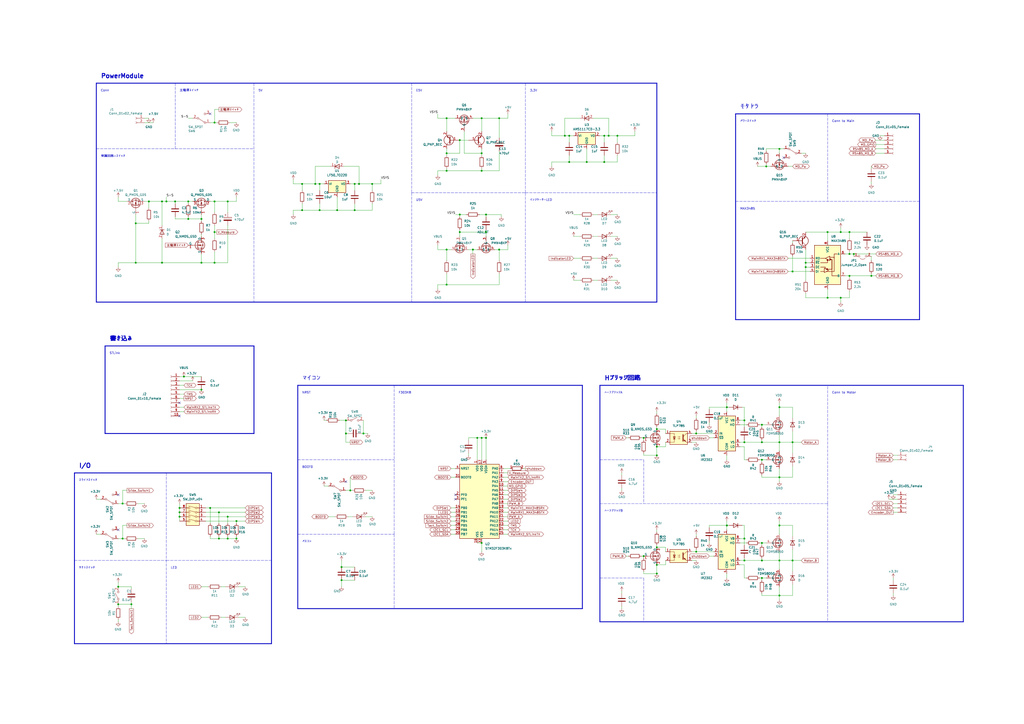
<source format=kicad_sch>
(kicad_sch (version 20211123) (generator eeschema)
  (paper "A2")
  (junction (at 441.96 256.54))
  (junction (at 182.88 106.68))
  (junction (at 279.4 88.9))
  (junction (at 459.74 325.12))
  (junction (at 452.12 276.86))
  (junction (at 76.2 350.52))
  (junction (at 198.12 336.55))
  (junction (at 185.42 121.92))
  (junction (at 78.74 152.4))
  (junction (at 441.96 266.7))
  (junction (at 487.68 172.72))
  (junction (at 444.5 96.52))
  (junction (at 274.32 144.78))
  (junction (at 495.3 147.32))
  (junction (at 403.86 251.46))
  (junction (at 68.58 350.52))
  (junction (at 353.06 78.74))
  (junction (at 289.56 68.58))
  (junction (at 279.4 68.58))
  (junction (at 452.12 345.44))
  (junction (at 276.86 254))
  (junction (at 185.42 106.68))
  (junction (at 281.94 254))
  (junction (at 266.7 124.46))
  (junction (at 381 332.74))
  (junction (at 109.22 116.84))
  (junction (at 452.12 236.22))
  (junction (at 124.46 152.4))
  (junction (at 137.16 312.42))
  (junction (at 124.46 134.62))
  (junction (at 279.4 254))
  (junction (at 86.36 116.84))
  (junction (at 198.12 328.93))
  (junction (at 373.38 322.58))
  (junction (at 132.08 312.42))
  (junction (at 441.96 246.38))
  (junction (at 441.96 325.12))
  (junction (at 452.12 304.8))
  (junction (at 68.58 340.36))
  (junction (at 175.26 121.92))
  (junction (at 266.7 81.28))
  (junction (at 358.14 78.74))
  (junction (at 116.84 127))
  (junction (at 340.36 93.98))
  (junction (at 127 297.18))
  (junction (at 195.58 121.92))
  (junction (at 137.16 302.26))
  (junction (at 121.92 294.64))
  (junction (at 327.66 78.74))
  (junction (at 467.36 154.94))
  (junction (at 381 264.16))
  (junction (at 104.14 297.18))
  (junction (at 205.74 121.92))
  (junction (at 381 317.5))
  (junction (at 259.08 144.78))
  (junction (at 210.82 251.46))
  (junction (at 505.46 160.02))
  (junction (at 203.2 284.48))
  (junction (at 480.06 134.62))
  (junction (at 487.68 134.62))
  (junction (at 431.8 256.54))
  (junction (at 373.38 254))
  (junction (at 132.08 116.84))
  (junction (at 431.8 312.42))
  (junction (at 330.2 93.98))
  (junction (at 492.76 147.32))
  (junction (at 71.12 312.42))
  (junction (at 381 327.66))
  (junction (at 259.08 99.06))
  (junction (at 200.66 251.46))
  (junction (at 71.12 292.1))
  (junction (at 208.28 106.68))
  (junction (at 259.08 68.58))
  (junction (at 104.14 299.72))
  (junction (at 116.84 152.4))
  (junction (at 215.9 106.68))
  (junction (at 266.7 134.62))
  (junction (at 289.56 144.78))
  (junction (at 132.08 299.72))
  (junction (at 281.94 124.46))
  (junction (at 459.74 157.48))
  (junction (at 200.66 243.84))
  (junction (at 350.52 93.98))
  (junction (at 279.4 314.96))
  (junction (at 441.96 335.28))
  (junction (at 492.76 160.02))
  (junction (at 106.68 218.44))
  (junction (at 205.74 106.68))
  (junction (at 101.6 116.84))
  (junction (at 116.84 226.06))
  (junction (at 259.08 165.1))
  (junction (at 467.36 152.4))
  (junction (at 104.14 294.64))
  (junction (at 431.8 243.84))
  (junction (at 403.86 320.04))
  (junction (at 459.74 256.54))
  (junction (at 78.74 129.54))
  (junction (at 480.06 172.72))
  (junction (at 124.46 116.84))
  (junction (at 259.08 88.9))
  (junction (at 452.12 86.36))
  (junction (at 441.96 314.96))
  (junction (at 127 312.42))
  (junction (at 281.94 134.62))
  (junction (at 330.2 78.74))
  (junction (at 381 259.08))
  (junction (at 350.52 78.74))
  (junction (at 175.26 106.68))
  (junction (at 431.8 325.12))
  (junction (at 452.12 256.54))
  (junction (at 452.12 325.12))
  (junction (at 109.22 127))
  (junction (at 279.4 99.06))
  (junction (at 124.46 71.12))
  (junction (at 96.52 116.84))
  (junction (at 421.64 236.22))
  (junction (at 381 248.92))
  (junction (at 421.64 304.8))
  (junction (at 93.98 116.84))
  (junction (at 93.98 152.4))
  (junction (at 492.76 134.62))
  (no_connect (at 104.14 241.3))
  (no_connect (at 264.16 287.02))
  (no_connect (at 264.16 289.56))
  (no_connect (at 200.66 279.4))
  (no_connect (at 454.66 91.44))
  (no_connect (at 68.58 287.02))
  (no_connect (at 104.14 233.68))
  (no_connect (at 68.58 307.34))
  (no_connect (at 121.92 66.04))
  (wire (pts (xy 360.68 283.21) (xy 360.68 284.48)))
  (wire (pts (xy 279.4 266.7) (xy 279.4 254)))
  (wire (pts (xy 292.1 292.1) (xy 294.64 292.1)))
  (wire (pts (xy 289.56 158.75) (xy 289.56 165.1)))
  (wire (pts (xy 68.58 312.42) (xy 71.12 312.42)))
  (wire (pts (xy 452.12 320.04) (xy 452.12 325.12)))
  (wire (pts (xy 386.08 259.08) (xy 386.08 256.54)))
  (wire (pts (xy 259.08 99.06) (xy 279.4 99.06)))
  (polyline (pts (xy 304.8 111.76) (xy 304.8 48.26)))
  (wire (pts (xy 467.36 134.62) (xy 480.06 134.62)))
  (wire (pts (xy 254 99.06) (xy 254 101.6)))
  (wire (pts (xy 350.52 78.74) (xy 353.06 78.74)))
  (wire (pts (xy 441.96 276.86) (xy 452.12 276.86)))
  (wire (pts (xy 401.32 320.04) (xy 403.86 320.04)))
  (wire (pts (xy 421.64 264.16) (xy 421.64 266.7)))
  (wire (pts (xy 198.12 325.12) (xy 198.12 328.93)))
  (wire (pts (xy 279.4 76.2) (xy 279.4 68.58)))
  (wire (pts (xy 457.2 96.52) (xy 459.74 96.52)))
  (wire (pts (xy 320.04 76.2) (xy 320.04 78.74)))
  (wire (pts (xy 421.64 304.8) (xy 421.64 307.34)))
  (wire (pts (xy 459.74 256.54) (xy 464.82 256.54)))
  (wire (pts (xy 353.06 68.58) (xy 353.06 78.74)))
  (wire (pts (xy 354.33 162.56) (xy 358.14 162.56)))
  (wire (pts (xy 452.12 256.54) (xy 452.12 261.62)))
  (wire (pts (xy 271.78 255.27) (xy 271.78 254)))
  (wire (pts (xy 454.66 86.36) (xy 452.12 86.36)))
  (wire (pts (xy 347.98 78.74) (xy 350.52 78.74)))
  (polyline (pts (xy 101.6 86.36) (xy 101.6 48.26)))
  (wire (pts (xy 440.69 335.28) (xy 441.96 335.28)))
  (wire (pts (xy 259.08 144.78) (xy 259.08 151.13)))
  (wire (pts (xy 431.8 255.27) (xy 431.8 256.54)))
  (wire (pts (xy 459.74 318.77) (xy 459.74 325.12)))
  (wire (pts (xy 480.06 167.64) (xy 480.06 172.72)))
  (wire (pts (xy 86.36 116.84) (xy 86.36 120.65)))
  (wire (pts (xy 137.16 303.53) (xy 137.16 302.26)))
  (wire (pts (xy 279.4 68.58) (xy 289.56 68.58)))
  (wire (pts (xy 350.52 90.17) (xy 350.52 93.98)))
  (wire (pts (xy 431.8 323.85) (xy 431.8 325.12)))
  (polyline (pts (xy 101.6 86.36) (xy 147.32 86.36)))
  (wire (pts (xy 71.12 292.1) (xy 72.39 292.1)))
  (wire (pts (xy 279.4 88.9) (xy 279.4 90.17)))
  (polyline (pts (xy 96.52 325.12) (xy 157.48 325.12)))
  (wire (pts (xy 490.22 160.02) (xy 492.76 160.02)))
  (wire (pts (xy 137.16 312.42) (xy 137.16 311.15)))
  (wire (pts (xy 109.22 125.73) (xy 109.22 127)))
  (wire (pts (xy 373.38 332.74) (xy 381 332.74)))
  (wire (pts (xy 68.58 350.52) (xy 68.58 351.79)))
  (wire (pts (xy 109.22 116.84) (xy 111.76 116.84)))
  (wire (pts (xy 294.64 142.24) (xy 294.64 144.78)))
  (wire (pts (xy 373.38 254) (xy 373.38 255.27)))
  (wire (pts (xy 279.4 99.06) (xy 289.56 99.06)))
  (polyline (pts (xy 43.18 274.32) (xy 43.18 373.38)) (stroke (width 0.5) (type solid)))
  (wire (pts (xy 210.82 243.84) (xy 210.82 251.46)))
  (wire (pts (xy 104.14 297.18) (xy 104.14 299.72)))
  (wire (pts (xy 264.16 68.58) (xy 259.08 68.58)))
  (wire (pts (xy 116.84 124.46) (xy 116.84 127)))
  (polyline (pts (xy 426.72 185.42) (xy 426.72 66.04)) (stroke (width 0.5) (type solid)))
  (wire (pts (xy 467.36 154.94) (xy 467.36 162.56)))
  (wire (pts (xy 190.5 299.72) (xy 194.31 299.72)))
  (wire (pts (xy 452.12 325.12) (xy 452.12 330.2)))
  (wire (pts (xy 290.83 124.46) (xy 290.83 125.73)))
  (wire (pts (xy 452.12 325.12) (xy 441.96 325.12)))
  (polyline (pts (xy 373.38 266.7) (xy 373.38 292.1)))
  (wire (pts (xy 327.66 78.74) (xy 330.2 78.74)))
  (wire (pts (xy 327.66 68.58) (xy 336.55 68.58)))
  (wire (pts (xy 429.26 327.66) (xy 431.8 327.66)))
  (wire (pts (xy 518.16 292.1) (xy 520.7 292.1)))
  (polyline (pts (xy 147.32 48.26) (xy 147.32 175.26)))
  (wire (pts (xy 203.2 284.48) (xy 204.47 284.48)))
  (wire (pts (xy 205.74 106.68) (xy 208.28 106.68)))
  (wire (pts (xy 93.98 116.84) (xy 96.52 116.84)))
  (polyline (pts (xy 238.76 111.76) (xy 304.8 111.76)))
  (polyline (pts (xy 228.6 223.52) (xy 228.6 309.88)))
  (polyline (pts (xy 55.88 48.26) (xy 55.88 175.26)) (stroke (width 0.5) (type solid)))
  (wire (pts (xy 281.94 134.62) (xy 281.94 137.16)))
  (polyline (pts (xy 43.18 325.12) (xy 96.52 325.12)))
  (wire (pts (xy 441.96 256.54) (xy 431.8 256.54)))
  (wire (pts (xy 467.36 152.4) (xy 467.36 154.94)))
  (polyline (pts (xy 172.72 223.52) (xy 172.72 353.06)) (stroke (width 0.5) (type solid)))
  (polyline (pts (xy 347.98 223.52) (xy 347.98 360.68)) (stroke (width 0.5) (type solid)))
  (wire (pts (xy 368.3 76.2) (xy 368.3 78.74)))
  (wire (pts (xy 320.04 93.98) (xy 330.2 93.98)))
  (polyline (pts (xy 172.72 266.7) (xy 228.6 266.7)))
  (wire (pts (xy 459.74 276.86) (xy 452.12 276.86)))
  (wire (pts (xy 132.08 312.42) (xy 132.08 311.15)))
  (wire (pts (xy 78.74 129.54) (xy 78.74 152.4)))
  (wire (pts (xy 104.14 218.44) (xy 106.68 218.44)))
  (polyline (pts (xy 228.6 309.88) (xy 228.6 353.06)))
  (wire (pts (xy 513.08 78.74) (xy 510.54 78.74)))
  (wire (pts (xy 93.98 152.4) (xy 116.84 152.4)))
  (wire (pts (xy 104.14 292.1) (xy 104.14 294.64)))
  (wire (pts (xy 274.32 144.78) (xy 276.86 144.78)))
  (wire (pts (xy 261.62 309.88) (xy 264.16 309.88)))
  (polyline (pts (xy 60.96 200.66) (xy 60.96 251.46)) (stroke (width 0.5) (type solid)))
  (wire (pts (xy 289.56 68.58) (xy 294.64 68.58)))
  (wire (pts (xy 254 68.58) (xy 259.08 68.58)))
  (wire (pts (xy 439.42 96.52) (xy 444.5 96.52)))
  (wire (pts (xy 271.78 262.89) (xy 271.78 264.16)))
  (wire (pts (xy 279.4 254) (xy 281.94 254)))
  (wire (pts (xy 429.26 259.08) (xy 431.8 259.08)))
  (wire (pts (xy 121.92 294.64) (xy 142.24 294.64)))
  (wire (pts (xy 124.46 134.62) (xy 125.73 134.62)))
  (wire (pts (xy 459.74 256.54) (xy 452.12 256.54)))
  (wire (pts (xy 104.14 236.22) (xy 106.68 236.22)))
  (wire (pts (xy 133.35 71.12) (xy 137.16 71.12)))
  (wire (pts (xy 518.16 335.28) (xy 518.16 336.55)))
  (wire (pts (xy 354.33 137.16) (xy 358.14 137.16)))
  (wire (pts (xy 403.86 318.77) (xy 403.86 320.04)))
  (wire (pts (xy 121.92 294.64) (xy 121.92 303.53)))
  (wire (pts (xy 459.74 256.54) (xy 459.74 262.89)))
  (wire (pts (xy 459.74 339.09) (xy 459.74 345.44)))
  (wire (pts (xy 515.62 289.56) (xy 520.7 289.56)))
  (wire (pts (xy 259.08 144.78) (xy 254 144.78)))
  (wire (pts (xy 185.42 106.68) (xy 187.96 106.68)))
  (wire (pts (xy 261.62 294.64) (xy 264.16 294.64)))
  (wire (pts (xy 487.68 134.62) (xy 487.68 132.08)))
  (wire (pts (xy 86.36 116.84) (xy 93.98 116.84)))
  (wire (pts (xy 294.64 66.04) (xy 294.64 68.58)))
  (wire (pts (xy 116.84 135.89) (xy 116.84 137.16)))
  (wire (pts (xy 441.96 335.28) (xy 444.5 335.28)))
  (wire (pts (xy 124.46 134.62) (xy 124.46 138.43)))
  (wire (pts (xy 411.48 306.07) (xy 411.48 304.8)))
  (wire (pts (xy 403.86 251.46) (xy 414.02 251.46)))
  (wire (pts (xy 505.46 148.59) (xy 505.46 151.13)))
  (wire (pts (xy 452.12 251.46) (xy 452.12 256.54)))
  (wire (pts (xy 403.86 250.19) (xy 403.86 251.46)))
  (polyline (pts (xy 480.06 66.04) (xy 480.06 116.84)))
  (wire (pts (xy 373.38 331.47) (xy 373.38 332.74)))
  (wire (pts (xy 119.38 299.72) (xy 132.08 299.72)))
  (wire (pts (xy 492.76 172.72) (xy 487.68 172.72)))
  (wire (pts (xy 104.14 231.14) (xy 106.68 231.14)))
  (wire (pts (xy 440.69 314.96) (xy 441.96 314.96)))
  (wire (pts (xy 71.12 312.42) (xy 72.39 312.42)))
  (wire (pts (xy 360.68 342.9) (xy 360.68 344.17)))
  (wire (pts (xy 104.14 299.72) (xy 104.14 302.26)))
  (wire (pts (xy 332.74 124.46) (xy 336.55 124.46)))
  (wire (pts (xy 372.11 322.58) (xy 373.38 322.58)))
  (wire (pts (xy 175.26 121.92) (xy 185.42 121.92)))
  (wire (pts (xy 459.74 345.44) (xy 452.12 345.44)))
  (wire (pts (xy 508 83.82) (xy 513.08 83.82)))
  (wire (pts (xy 327.66 68.58) (xy 327.66 78.74)))
  (wire (pts (xy 124.46 63.5) (xy 124.46 71.12)))
  (wire (pts (xy 132.08 123.19) (xy 132.08 116.84)))
  (wire (pts (xy 259.08 86.36) (xy 259.08 88.9)))
  (wire (pts (xy 467.36 144.78) (xy 467.36 152.4)))
  (wire (pts (xy 104.14 238.76) (xy 106.68 238.76)))
  (wire (pts (xy 208.28 96.52) (xy 208.28 106.68)))
  (wire (pts (xy 411.48 304.8) (xy 421.64 304.8)))
  (wire (pts (xy 254 167.64) (xy 254 165.1)))
  (wire (pts (xy 76.2 350.52) (xy 76.2 353.06)))
  (wire (pts (xy 292.1 299.72) (xy 294.64 299.72)))
  (wire (pts (xy 381 327.66) (xy 381 332.74)))
  (wire (pts (xy 116.84 127) (xy 116.84 128.27)))
  (wire (pts (xy 71.12 284.48) (xy 71.12 292.1)))
  (wire (pts (xy 109.22 127) (xy 116.84 127)))
  (wire (pts (xy 344.17 149.86) (xy 346.71 149.86)))
  (polyline (pts (xy 147.32 251.46) (xy 147.32 200.66)) (stroke (width 0.5) (type solid)))
  (wire (pts (xy 459.74 325.12) (xy 464.82 325.12)))
  (wire (pts (xy 401.32 325.12) (xy 403.86 325.12)))
  (wire (pts (xy 429.26 246.38) (xy 433.07 246.38)))
  (wire (pts (xy 332.74 137.16) (xy 336.55 137.16)))
  (wire (pts (xy 495.3 147.32) (xy 495.3 148.59)))
  (wire (pts (xy 128.27 358.14) (xy 130.81 358.14)))
  (wire (pts (xy 480.06 134.62) (xy 480.06 139.7)))
  (wire (pts (xy 303.53 271.78) (xy 304.8 271.78)))
  (wire (pts (xy 459.74 236.22) (xy 452.12 236.22)))
  (polyline (pts (xy 172.72 353.06) (xy 337.82 353.06)) (stroke (width 0.5) (type solid)))
  (polyline (pts (xy 426.72 66.04) (xy 533.4 66.04)) (stroke (width 0.5) (type solid)))
  (wire (pts (xy 292.1 304.8) (xy 294.64 304.8)))
  (wire (pts (xy 431.8 243.84) (xy 431.8 247.65)))
  (wire (pts (xy 403.86 241.3) (xy 403.86 242.57)))
  (wire (pts (xy 518.16 294.64) (xy 520.7 294.64)))
  (wire (pts (xy 182.88 96.52) (xy 191.77 96.52)))
  (wire (pts (xy 386.08 325.12) (xy 386.08 327.66)))
  (wire (pts (xy 215.9 106.68) (xy 220.98 106.68)))
  (wire (pts (xy 78.74 124.46) (xy 78.74 129.54)))
  (polyline (pts (xy 55.88 175.26) (xy 381 175.26)) (stroke (width 0.5) (type solid)))
  (wire (pts (xy 198.12 336.55) (xy 198.12 340.36)))
  (wire (pts (xy 124.46 116.84) (xy 132.08 116.84)))
  (wire (pts (xy 68.58 152.4) (xy 68.58 154.94)))
  (wire (pts (xy 259.08 97.79) (xy 259.08 99.06)))
  (wire (pts (xy 132.08 152.4) (xy 124.46 152.4)))
  (wire (pts (xy 487.68 134.62) (xy 492.76 134.62)))
  (polyline (pts (xy 480.06 292.1) (xy 480.06 360.68)))
  (wire (pts (xy 127 297.18) (xy 142.24 297.18)))
  (wire (pts (xy 106.68 218.44) (xy 116.84 218.44)))
  (wire (pts (xy 292.1 302.26) (xy 294.64 302.26)))
  (wire (pts (xy 281.94 124.46) (xy 290.83 124.46)))
  (wire (pts (xy 185.42 106.68) (xy 185.42 110.49)))
  (wire (pts (xy 292.1 287.02) (xy 294.64 287.02)))
  (wire (pts (xy 274.32 144.78) (xy 274.32 147.32)))
  (wire (pts (xy 381 259.08) (xy 386.08 259.08)))
  (wire (pts (xy 276.86 254) (xy 276.86 266.7)))
  (wire (pts (xy 196.85 243.84) (xy 200.66 243.84)))
  (wire (pts (xy 138.43 358.14) (xy 142.24 358.14)))
  (wire (pts (xy 104.14 228.6) (xy 106.68 228.6)))
  (wire (pts (xy 292.1 276.86) (xy 294.64 276.86)))
  (wire (pts (xy 457.2 157.48) (xy 459.74 157.48)))
  (wire (pts (xy 373.38 264.16) (xy 381 264.16)))
  (wire (pts (xy 403.86 320.04) (xy 414.02 320.04)))
  (wire (pts (xy 411.48 237.49) (xy 411.48 236.22)))
  (wire (pts (xy 487.68 172.72) (xy 480.06 172.72)))
  (wire (pts (xy 441.96 246.38) (xy 441.96 247.65)))
  (wire (pts (xy 381 327.66) (xy 386.08 327.66)))
  (wire (pts (xy 401.32 251.46) (xy 403.86 251.46)))
  (wire (pts (xy 119.38 294.64) (xy 121.92 294.64)))
  (wire (pts (xy 73.66 284.48) (xy 71.12 284.48)))
  (wire (pts (xy 441.96 275.59) (xy 441.96 276.86)))
  (wire (pts (xy 441.96 344.17) (xy 441.96 345.44)))
  (wire (pts (xy 441.96 345.44) (xy 452.12 345.44)))
  (wire (pts (xy 132.08 116.84) (xy 137.16 116.84)))
  (wire (pts (xy 80.01 312.42) (xy 83.82 312.42)))
  (wire (pts (xy 430.53 304.8) (xy 431.8 304.8)))
  (wire (pts (xy 452.12 276.86) (xy 452.12 279.4)))
  (wire (pts (xy 330.2 90.17) (xy 330.2 93.98)))
  (wire (pts (xy 116.84 147.32) (xy 116.84 152.4)))
  (wire (pts (xy 459.74 270.51) (xy 459.74 276.86)))
  (wire (pts (xy 271.78 144.78) (xy 274.32 144.78)))
  (wire (pts (xy 76.2 340.36) (xy 76.2 341.63)))
  (polyline (pts (xy 157.48 373.38) (xy 157.48 274.32)) (stroke (width 0.5) (type solid)))
  (wire (pts (xy 441.96 255.27) (xy 441.96 256.54)))
  (wire (pts (xy 452.12 86.36) (xy 444.5 86.36)))
  (wire (pts (xy 452.12 345.44) (xy 452.12 347.98)))
  (wire (pts (xy 281.94 124.46) (xy 281.94 125.73)))
  (wire (pts (xy 127 312.42) (xy 127 311.15)))
  (wire (pts (xy 83.82 116.84) (xy 86.36 116.84)))
  (wire (pts (xy 292.1 274.32) (xy 294.64 274.32)))
  (wire (pts (xy 292.1 271.78) (xy 295.91 271.78)))
  (wire (pts (xy 170.18 104.14) (xy 170.18 106.68)))
  (wire (pts (xy 441.96 314.96) (xy 444.5 314.96)))
  (wire (pts (xy 101.6 116.84) (xy 101.6 118.11)))
  (wire (pts (xy 459.74 148.59) (xy 459.74 157.48)))
  (wire (pts (xy 210.82 251.46) (xy 209.55 251.46)))
  (wire (pts (xy 104.14 223.52) (xy 106.68 223.52)))
  (wire (pts (xy 200.66 251.46) (xy 201.93 251.46)))
  (wire (pts (xy 86.36 129.54) (xy 78.74 129.54)))
  (wire (pts (xy 73.66 304.8) (xy 71.12 304.8)))
  (wire (pts (xy 261.62 276.86) (xy 264.16 276.86)))
  (wire (pts (xy 269.24 76.2) (xy 269.24 88.9)))
  (wire (pts (xy 279.4 97.79) (xy 279.4 99.06)))
  (wire (pts (xy 441.96 323.85) (xy 441.96 325.12)))
  (wire (pts (xy 505.46 160.02) (xy 508 160.02)))
  (wire (pts (xy 505.46 96.52) (xy 505.46 97.79)))
  (wire (pts (xy 215.9 106.68) (xy 215.9 110.49)))
  (wire (pts (xy 132.08 312.42) (xy 127 312.42)))
  (wire (pts (xy 101.6 125.73) (xy 101.6 127)))
  (wire (pts (xy 289.56 68.58) (xy 289.56 80.01)))
  (wire (pts (xy 203.2 256.54) (xy 200.66 256.54)))
  (wire (pts (xy 518.16 297.18) (xy 520.7 297.18)))
  (wire (pts (xy 279.4 314.96) (xy 279.4 320.04)))
  (wire (pts (xy 386.08 248.92) (xy 386.08 251.46)))
  (polyline (pts (xy 304.8 111.76) (xy 381 111.76)))
  (wire (pts (xy 203.2 106.68) (xy 205.74 106.68)))
  (wire (pts (xy 124.46 116.84) (xy 124.46 123.19)))
  (wire (pts (xy 386.08 317.5) (xy 386.08 320.04)))
  (wire (pts (xy 467.36 170.18) (xy 467.36 172.72)))
  (wire (pts (xy 490.22 147.32) (xy 492.76 147.32)))
  (wire (pts (xy 137.16 312.42) (xy 132.08 312.42)))
  (wire (pts (xy 127 63.5) (xy 124.46 63.5)))
  (polyline (pts (xy 172.72 223.52) (xy 337.82 223.52)) (stroke (width 0.5) (type solid)))
  (wire (pts (xy 431.8 312.42) (xy 431.8 316.23)))
  (wire (pts (xy 261.62 144.78) (xy 259.08 144.78)))
  (wire (pts (xy 354.33 124.46) (xy 358.14 124.46)))
  (wire (pts (xy 68.58 359.41) (xy 68.58 360.68)))
  (wire (pts (xy 259.08 88.9) (xy 266.7 88.9)))
  (wire (pts (xy 452.12 304.8) (xy 452.12 309.88)))
  (wire (pts (xy 119.38 297.18) (xy 127 297.18)))
  (wire (pts (xy 487.68 172.72) (xy 487.68 175.26)))
  (wire (pts (xy 128.27 340.36) (xy 130.81 340.36)))
  (wire (pts (xy 353.06 78.74) (xy 358.14 78.74)))
  (wire (pts (xy 421.64 332.74) (xy 421.64 335.28)))
  (wire (pts (xy 289.56 87.63) (xy 289.56 99.06)))
  (wire (pts (xy 78.74 152.4) (xy 93.98 152.4)))
  (wire (pts (xy 292.1 279.4) (xy 294.64 279.4)))
  (wire (pts (xy 467.36 154.94) (xy 469.9 154.94)))
  (wire (pts (xy 261.62 297.18) (xy 264.16 297.18)))
  (wire (pts (xy 381 307.34) (xy 381 308.61)))
  (wire (pts (xy 403.86 309.88) (xy 403.86 311.15)))
  (wire (pts (xy 104.14 220.98) (xy 111.76 220.98)))
  (wire (pts (xy 344.17 162.56) (xy 346.71 162.56)))
  (wire (pts (xy 261.62 307.34) (xy 264.16 307.34)))
  (polyline (pts (xy 533.4 66.04) (xy 533.4 185.42)) (stroke (width 0.5) (type solid)))
  (wire (pts (xy 459.74 304.8) (xy 452.12 304.8)))
  (wire (pts (xy 220.98 104.14) (xy 220.98 106.68)))
  (wire (pts (xy 292.1 289.56) (xy 294.64 289.56)))
  (wire (pts (xy 492.76 168.91) (xy 492.76 172.72)))
  (wire (pts (xy 373.38 262.89) (xy 373.38 264.16)))
  (wire (pts (xy 411.48 313.69) (xy 411.48 314.96)))
  (wire (pts (xy 104.14 226.06) (xy 116.84 226.06)))
  (wire (pts (xy 492.76 147.32) (xy 495.3 147.32)))
  (wire (pts (xy 431.8 259.08) (xy 431.8 266.7)))
  (wire (pts (xy 452.12 302.26) (xy 452.12 304.8)))
  (wire (pts (xy 518.16 344.17) (xy 518.16 345.44)))
  (wire (pts (xy 182.88 106.68) (xy 185.42 106.68)))
  (wire (pts (xy 429.26 314.96) (xy 433.07 314.96)))
  (wire (pts (xy 101.6 116.84) (xy 109.22 116.84)))
  (wire (pts (xy 281.94 133.35) (xy 281.94 134.62)))
  (wire (pts (xy 381 238.76) (xy 381 240.03)))
  (wire (pts (xy 259.08 158.75) (xy 259.08 165.1)))
  (wire (pts (xy 121.92 312.42) (xy 121.92 311.15)))
  (wire (pts (xy 55.88 309.88) (xy 58.42 309.88)))
  (polyline (pts (xy 147.32 200.66) (xy 60.96 200.66)) (stroke (width 0.5) (type solid)))
  (wire (pts (xy 109.22 116.84) (xy 109.22 118.11)))
  (wire (pts (xy 441.96 314.96) (xy 441.96 316.23)))
  (wire (pts (xy 452.12 271.78) (xy 452.12 276.86)))
  (wire (pts (xy 116.84 358.14) (xy 120.65 358.14)))
  (wire (pts (xy 464.82 88.9) (xy 467.36 88.9)))
  (polyline (pts (xy 347.98 360.68) (xy 558.8 360.68)) (stroke (width 0.5) (type solid)))
  (wire (pts (xy 444.5 86.36) (xy 444.5 87.63)))
  (wire (pts (xy 492.76 146.05) (xy 492.76 147.32)))
  (polyline (pts (xy 558.8 360.68) (xy 558.8 223.52)) (stroke (width 0.5) (type solid)))
  (wire (pts (xy 431.8 256.54) (xy 429.26 256.54)))
  (wire (pts (xy 294.64 144.78) (xy 289.56 144.78)))
  (wire (pts (xy 200.66 243.84) (xy 200.66 251.46)))
  (wire (pts (xy 421.64 302.26) (xy 421.64 304.8)))
  (wire (pts (xy 440.69 246.38) (xy 441.96 246.38)))
  (wire (pts (xy 137.16 302.26) (xy 142.24 302.26)))
  (wire (pts (xy 354.33 149.86) (xy 358.14 149.86)))
  (wire (pts (xy 452.12 340.36) (xy 452.12 345.44)))
  (wire (pts (xy 421.64 236.22) (xy 422.91 236.22)))
  (wire (pts (xy 452.12 256.54) (xy 441.96 256.54)))
  (wire (pts (xy 276.86 314.96) (xy 279.4 314.96)))
  (wire (pts (xy 520.7 266.7) (xy 518.16 266.7)))
  (wire (pts (xy 259.08 68.58) (xy 259.08 76.2)))
  (wire (pts (xy 259.08 88.9) (xy 259.08 90.17)))
  (wire (pts (xy 124.46 146.05) (xy 124.46 152.4)))
  (polyline (pts (xy 43.18 274.32) (xy 157.48 274.32)) (stroke (width 0.5) (type solid)))
  (wire (pts (xy 254 99.06) (xy 259.08 99.06)))
  (wire (pts (xy 259.08 165.1) (xy 289.56 165.1)))
  (wire (pts (xy 441.96 266.7) (xy 441.96 267.97)))
  (wire (pts (xy 175.26 106.68) (xy 182.88 106.68)))
  (wire (pts (xy 492.76 160.02) (xy 492.76 161.29)))
  (polyline (pts (xy 43.18 373.38) (xy 157.48 373.38)) (stroke (width 0.5) (type solid)))
  (wire (pts (xy 205.74 106.68) (xy 205.74 110.49)))
  (wire (pts (xy 360.68 274.32) (xy 360.68 275.59)))
  (polyline (pts (xy 426.72 116.84) (xy 533.4 116.84)))
  (wire (pts (xy 292.1 284.48) (xy 294.64 284.48)))
  (wire (pts (xy 68.58 337.82) (xy 68.58 340.36)))
  (wire (pts (xy 289.56 144.78) (xy 289.56 151.13)))
  (wire (pts (xy 431.8 304.8) (xy 431.8 312.42)))
  (wire (pts (xy 411.48 236.22) (xy 421.64 236.22)))
  (wire (pts (xy 281.94 254) (xy 281.94 266.7)))
  (wire (pts (xy 68.58 116.84) (xy 73.66 116.84)))
  (wire (pts (xy 459.74 325.12) (xy 452.12 325.12)))
  (wire (pts (xy 508 86.36) (xy 513.08 86.36)))
  (wire (pts (xy 344.17 68.58) (xy 353.06 68.58)))
  (wire (pts (xy 55.88 289.56) (xy 58.42 289.56)))
  (wire (pts (xy 271.78 254) (xy 276.86 254)))
  (wire (pts (xy 266.7 134.62) (xy 266.7 137.16)))
  (polyline (pts (xy 238.76 48.26) (xy 238.76 111.76)))
  (wire (pts (xy 195.58 114.3) (xy 195.58 121.92)))
  (wire (pts (xy 518.16 287.02) (xy 520.7 287.02)))
  (wire (pts (xy 363.22 254) (xy 364.49 254)))
  (polyline (pts (xy 381 175.26) (xy 381 48.26)) (stroke (width 0.5) (type solid)))
  (wire (pts (xy 441.96 266.7) (xy 444.5 266.7)))
  (wire (pts (xy 124.46 130.81) (xy 124.46 134.62)))
  (wire (pts (xy 132.08 130.81) (xy 132.08 152.4)))
  (wire (pts (xy 201.93 299.72) (xy 204.47 299.72)))
  (wire (pts (xy 344.17 137.16) (xy 346.71 137.16)))
  (wire (pts (xy 200.66 256.54) (xy 200.66 251.46)))
  (wire (pts (xy 457.2 149.86) (xy 469.9 149.86)))
  (wire (pts (xy 278.13 124.46) (xy 281.94 124.46)))
  (wire (pts (xy 401.32 256.54) (xy 403.86 256.54)))
  (wire (pts (xy 360.68 351.79) (xy 360.68 353.06)))
  (wire (pts (xy 459.74 157.48) (xy 469.9 157.48)))
  (wire (pts (xy 76.2 350.52) (xy 68.58 350.52)))
  (wire (pts (xy 261.62 302.26) (xy 264.16 302.26)))
  (wire (pts (xy 508 88.9) (xy 513.08 88.9)))
  (wire (pts (xy 421.64 304.8) (xy 422.91 304.8)))
  (wire (pts (xy 373.38 322.58) (xy 373.38 323.85)))
  (wire (pts (xy 93.98 138.43) (xy 93.98 152.4)))
  (polyline (pts (xy 480.06 292.1) (xy 480.06 223.52)))
  (wire (pts (xy 292.1 297.18) (xy 294.64 297.18)))
  (wire (pts (xy 381 317.5) (xy 386.08 317.5)))
  (wire (pts (xy 96.52 116.84) (xy 101.6 116.84)))
  (wire (pts (xy 266.7 81.28) (xy 271.78 81.28)))
  (wire (pts (xy 430.53 236.22) (xy 431.8 236.22)))
  (wire (pts (xy 431.8 335.28) (xy 433.07 335.28)))
  (polyline (pts (xy 373.38 335.28) (xy 373.38 360.68)))
  (wire (pts (xy 121.92 71.12) (xy 124.46 71.12)))
  (wire (pts (xy 320.04 78.74) (xy 327.66 78.74)))
  (wire (pts (xy 292.1 309.88) (xy 294.64 309.88)))
  (wire (pts (xy 210.82 251.46) (xy 213.36 251.46)))
  (wire (pts (xy 170.18 121.92) (xy 170.18 124.46)))
  (wire (pts (xy 127 312.42) (xy 121.92 312.42)))
  (wire (pts (xy 505.46 158.75) (xy 505.46 160.02)))
  (wire (pts (xy 431.8 243.84) (xy 429.26 243.84)))
  (wire (pts (xy 411.48 322.58) (xy 414.02 322.58)))
  (wire (pts (xy 492.76 134.62) (xy 502.92 134.62)))
  (wire (pts (xy 175.26 118.11) (xy 175.26 121.92)))
  (wire (pts (xy 358.14 78.74) (xy 368.3 78.74)))
  (wire (pts (xy 411.48 245.11) (xy 411.48 246.38)))
  (polyline (pts (xy 337.82 353.06) (xy 337.82 223.52)) (stroke (width 0.5) (type solid)))
  (wire (pts (xy 185.42 118.11) (xy 185.42 121.92)))
  (polyline (pts (xy 238.76 175.26) (xy 238.76 111.76)))
  (wire (pts (xy 332.74 162.56) (xy 336.55 162.56)))
  (polyline (pts (xy 55.88 48.26) (xy 381 48.26)) (stroke (width 0.5) (type solid)))
  (wire (pts (xy 212.09 284.48) (xy 215.9 284.48)))
  (wire (pts (xy 127 303.53) (xy 127 297.18)))
  (wire (pts (xy 332.74 149.86) (xy 336.55 149.86)))
  (polyline (pts (xy 96.52 274.32) (xy 96.52 373.38)))
  (wire (pts (xy 495.3 147.32) (xy 508 147.32)))
  (wire (pts (xy 132.08 299.72) (xy 142.24 299.72)))
  (wire (pts (xy 104.14 294.64) (xy 104.14 297.18)))
  (wire (pts (xy 381 247.65) (xy 381 248.92)))
  (wire (pts (xy 266.7 124.46) (xy 270.51 124.46)))
  (wire (pts (xy 83.82 68.58) (xy 86.36 68.58)))
  (wire (pts (xy 274.32 68.58) (xy 279.4 68.58)))
  (wire (pts (xy 467.36 172.72) (xy 480.06 172.72)))
  (wire (pts (xy 459.74 242.57) (xy 459.74 236.22)))
  (wire (pts (xy 80.01 292.1) (xy 83.82 292.1)))
  (wire (pts (xy 444.5 95.25) (xy 444.5 96.52)))
  (wire (pts (xy 459.74 139.7) (xy 459.74 140.97)))
  (wire (pts (xy 185.42 121.92) (xy 195.58 121.92)))
  (wire (pts (xy 78.74 152.4) (xy 68.58 152.4)))
  (wire (pts (xy 132.08 299.72) (xy 132.08 303.53)))
  (wire (pts (xy 187.96 243.84) (xy 189.23 243.84)))
  (wire (pts (xy 431.8 325.12) (xy 429.26 325.12)))
  (wire (pts (xy 358.14 90.17) (xy 358.14 93.98)))
  (wire (pts (xy 411.48 254) (xy 414.02 254)))
  (wire (pts (xy 440.69 266.7) (xy 441.96 266.7)))
  (wire (pts (xy 350.52 93.98) (xy 358.14 93.98)))
  (wire (pts (xy 505.46 105.41) (xy 505.46 106.68)))
  (wire (pts (xy 292.1 294.64) (xy 294.64 294.64)))
  (wire (pts (xy 254 144.78) (xy 254 142.24)))
  (wire (pts (xy 121.92 116.84) (xy 124.46 116.84)))
  (polyline (pts (xy 347.98 335.28) (xy 373.38 335.28)))
  (polyline (pts (xy 60.96 251.46) (xy 147.32 251.46)) (stroke (width 0.5) (type solid)))
  (polyline (pts (xy 304.8 175.26) (xy 304.8 111.76)))
  (wire (pts (xy 269.24 88.9) (xy 279.4 88.9)))
  (wire (pts (xy 421.64 233.68) (xy 421.64 236.22)))
  (wire (pts (xy 215.9 118.11) (xy 215.9 121.92)))
  (wire (pts (xy 381 316.23) (xy 381 317.5)))
  (polyline (pts (xy 426.72 185.42) (xy 533.4 185.42)) (stroke (width 0.5) (type solid)))
  (wire (pts (xy 187.96 281.94) (xy 190.5 281.94)))
  (wire (pts (xy 203.2 276.86) (xy 203.2 284.48)))
  (polyline (pts (xy 55.88 86.36) (xy 101.6 86.36)))
  (wire (pts (xy 363.22 322.58) (xy 364.49 322.58)))
  (wire (pts (xy 441.96 246.38) (xy 444.5 246.38)))
  (wire (pts (xy 330.2 93.98) (xy 340.36 93.98)))
  (wire (pts (xy 254 165.1) (xy 259.08 165.1)))
  (wire (pts (xy 431.8 312.42) (xy 429.26 312.42)))
  (polyline (pts (xy 347.98 223.52) (xy 558.8 223.52)) (stroke (width 0.5) (type solid)))
  (wire (pts (xy 264.16 124.46) (xy 266.7 124.46)))
  (wire (pts (xy 330.2 78.74) (xy 330.2 82.55)))
  (wire (pts (xy 381 248.92) (xy 386.08 248.92)))
  (wire (pts (xy 292.1 307.34) (xy 294.64 307.34)))
  (wire (pts (xy 93.98 116.84) (xy 93.98 130.81)))
  (wire (pts (xy 119.38 302.26) (xy 137.16 302.26)))
  (wire (pts (xy 96.52 114.3) (xy 96.52 116.84)))
  (wire (pts (xy 344.17 124.46) (xy 346.71 124.46)))
  (polyline (pts (xy 347.98 266.7) (xy 373.38 266.7)))
  (wire (pts (xy 266.7 133.35) (xy 266.7 134.62)))
  (wire (pts (xy 170.18 121.92) (xy 175.26 121.92)))
  (wire (pts (xy 266.7 124.46) (xy 266.7 125.73)))
  (wire (pts (xy 452.12 86.36) (xy 452.12 88.9)))
  (polyline (pts (xy 347.98 292.1) (xy 480.06 292.1)))
  (wire (pts (xy 254 66.04) (xy 254 68.58)))
  (wire (pts (xy 124.46 71.12) (xy 125.73 71.12)))
  (wire (pts (xy 137.16 114.3) (xy 137.16 116.84)))
  (wire (pts (xy 431.8 236.22) (xy 431.8 243.84)))
  (wire (pts (xy 467.36 152.4) (xy 469.9 152.4)))
  (wire (pts (xy 492.76 160.02) (xy 505.46 160.02)))
  (wire (pts (xy 459.74 325.12) (xy 459.74 331.47)))
  (wire (pts (xy 76.2 350.52) (xy 76.2 349.25)))
  (wire (pts (xy 170.18 106.68) (xy 175.26 106.68)))
  (wire (pts (xy 208.28 106.68) (xy 215.9 106.68)))
  (wire (pts (xy 109.22 68.58) (xy 111.76 68.58)))
  (wire (pts (xy 205.74 336.55) (xy 198.12 336.55)))
  (wire (pts (xy 116.84 340.36) (xy 120.65 340.36)))
  (wire (pts (xy 205.74 121.92) (xy 215.9 121.92)))
  (wire (pts (xy 261.62 304.8) (xy 264.16 304.8)))
  (wire (pts (xy 441.96 325.12) (xy 431.8 325.12)))
  (wire (pts (xy 200.66 284.48) (xy 203.2 284.48)))
  (wire (pts (xy 381 259.08) (xy 381 264.16)))
  (wire (pts (xy 138.43 340.36) (xy 142.24 340.36)))
  (wire (pts (xy 292.1 281.94) (xy 294.64 281.94)))
  (wire (pts (xy 330.2 78.74) (xy 332.74 78.74)))
  (wire (pts (xy 264.16 271.78) (xy 261.62 271.78)))
  (wire (pts (xy 266.7 88.9) (xy 266.7 81.28)))
  (wire (pts (xy 340.36 86.36) (xy 340.36 93.98)))
  (wire (pts (xy 175.26 106.68) (xy 175.26 110.49)))
  (wire (pts (xy 279.4 86.36) (xy 279.4 88.9)))
  (wire (pts (xy 508 81.28) (xy 513.08 81.28)))
  (wire (pts (xy 261.62 299.72) (xy 264.16 299.72)))
  (wire (pts (xy 350.52 78.74) (xy 350.52 82.55)))
  (wire (pts (xy 195.58 121.92) (xy 205.74 121.92)))
  (wire (pts (xy 480.06 134.62) (xy 487.68 134.62)))
  (wire (pts (xy 459.74 311.15) (xy 459.74 304.8)))
  (wire (pts (xy 320.04 93.98) (xy 320.04 96.52)))
  (wire (pts (xy 116.84 152.4) (xy 124.46 152.4)))
  (wire (pts (xy 340.36 93.98) (xy 350.52 93.98)))
  (wire (pts (xy 459.74 250.19) (xy 459.74 256.54)))
  (wire (pts (xy 520.7 264.16) (xy 518.16 264.16)))
  (wire (pts (xy 212.09 299.72) (xy 215.9 299.72)))
  (wire (pts (xy 68.58 292.1) (xy 71.12 292.1)))
  (wire (pts (xy 444.5 96.52) (xy 447.04 96.52)))
  (wire (pts (xy 182.88 96.52) (xy 182.88 106.68)))
  (wire (pts (xy 83.82 71.12) (xy 88.9 71.12)))
  (wire (pts (xy 205.74 118.11) (xy 205.74 121.92)))
  (wire (pts (xy 287.02 144.78) (xy 289.56 144.78)))
  (wire (pts (xy 71.12 304.8) (xy 71.12 312.42)))
  (wire (pts (xy 431.8 327.66) (xy 431.8 335.28)))
  (wire (pts (xy 358.14 78.74) (xy 358.14 82.55)))
  (wire (pts (xy 101.6 127) (xy 109.22 127)))
  (wire (pts (xy 199.39 96.52) (xy 208.28 96.52)))
  (wire (pts (xy 68.58 114.3) (xy 68.58 116.84)))
  (wire (pts (xy 441.96 335.28) (xy 441.96 336.55)))
  (wire (pts (xy 198.12 328.93) (xy 205.74 328.93)))
  (wire (pts (xy 266.7 134.62) (xy 281.94 134.62)))
  (wire (pts (xy 452.12 233.68) (xy 452.12 236.22)))
  (wire (pts (xy 276.86 254) (xy 279.4 254)))
  (wire (pts (xy 431.8 266.7) (xy 433.07 266.7)))
  (wire (pts (xy 492.76 134.62) (xy 492.76 138.43)))
  (polyline (pts (xy 172.72 309.88) (xy 228.6 309.88)))
  (wire (pts (xy 452.12 236.22) (xy 452.12 241.3)))
  (wire (pts (xy 421.64 236.22) (xy 421.64 238.76)))
  (wire (pts (xy 76.2 340.36) (xy 68.58 340.36)))
  (wire (pts (xy 86.36 128.27) (xy 86.36 129.54)))
  (wire (pts (xy 372.11 254) (xy 373.38 254)))
  (text "タクトスイッチ" (at 45.72 330.2 0) (effects (font (size 1.27 1.27)) (justify left bottom)))
  (text "主電源スイッチ" (at 104.14 53.34 0) (effects (font (size 1.27 1.27)) (justify left bottom)))
  (text "保護回路・スイッチ" (at 58.42 91.44 0) (effects (font (size 1.27 1.27)) (justify left bottom)))
  (text "5V" (at 149.86 53.34 0) (effects (font (size 1.27 1.27)) (justify left bottom)))
  (text "PowerModule" (at 58.42 45.72 0) (effects (font (size 2.54 2.54) (thickness 0.508) bold) (justify left bottom)))
  (text "書き込み" (at 63.5 198.12 0) (effects (font (size 2.54 2.54) (thickness 0.508) bold) (justify left bottom)))
  (text "パスコン" (at 175.26 314.96 0) (effects (font (size 1.27 1.27)) (justify left bottom)))
  (text "NRST" (at 175.26 228.6 0) (effects (font (size 1.27 1.27)) (justify left bottom)))
  (text "Conn to Main" (at 482.6 71.12 0) (effects (font (size 1.27 1.27)) (justify left bottom)))
  (text "E5V" (at 241.3 53.34 0) (effects (font (size 1.27 1.27)) (justify left bottom)))
  (text "Conn to Motor" (at 482.6 228.6 0) (effects (font (size 1.27 1.27)) (justify left bottom)))
  (text "スライドスイッチ" (at 45.72 279.4 0) (effects (font (size 1.27 1.27)) (justify left bottom)))
  (text "ハーフブリッジA" (at 350.52 228.6 0) (effects (font (size 1.27 1.27)) (justify left bottom)))
  (text "Hブリッジ回路" (at 350.52 220.98 0) (effects (font (size 2.54 2.54) (thickness 0.508) bold) (justify left bottom)))
  (text "U5V" (at 241.3 116.84 0) (effects (font (size 1.27 1.27)) (justify left bottom)))
  (text "F303K8" (at 231.14 228.6 0) (effects (font (size 1.27 1.27)) (justify left bottom)))
  (text "モタドラ" (at 429.26 63.5 0) (effects (font (size 2.54 2.54) (thickness 0.254) bold) (justify left bottom)))
  (text "3.3V" (at 307.34 53.34 0) (effects (font (size 1.27 1.27)) (justify left bottom)))
  (text "ハーフブリッジB" (at 350.52 297.18 0) (effects (font (size 1.27 1.27)) (justify left bottom)))
  (text "マイコン" (at 175.26 220.98 0) (effects (font (size 2.54 2.54) (thickness 0.254) bold) (justify left bottom)))
  (text "BOOT0" (at 175.26 271.78 0) (effects (font (size 1.27 1.27)) (justify left bottom)))
  (text "インジケーターLED" (at 307.34 116.84 0) (effects (font (size 1.27 1.27)) (justify left bottom)))
  (text "LED" (at 99.06 330.2 0) (effects (font (size 1.27 1.27)) (justify left bottom)))
  (text "STLink" (at 63.5 205.74 0) (effects (font (size 1.27 1.27)) (justify left bottom)))
  (text "MAX3485" (at 429.26 121.92 0) (effects (font (size 1.27 1.27)) (justify left bottom)))
  (text "パワースイッチ" (at 429.26 71.12 0) (effects (font (size 1.27 1.27)) (justify left bottom)))
  (text "I/O" (at 45.72 271.78 0) (effects (font (size 2.54 2.54) (thickness 0.508) bold) (justify left bottom)))
  (text "Conn" (at 58.42 53.34 0) (effects (font (size 1.27 1.27)) (justify left bottom)))
  (label "S-S" (at 96.52 114.3 0))
  (label "S-S" (at 109.22 68.58 180))
  (label "VSYS" (at 264.16 124.46 180))
  (label "VSYS" (at 332.74 124.46 180))
  (label "VSYS" (at 220.98 104.14 0))
  (label "VSYS" (at 254 66.04 180))
  (global_label "Slide_Switch1" (shape input) (at 261.62 299.72 180) (property "Intersheet References" "${INTERSHEET_REFS}" (effects hide)))
  (global_label "MD_Pw" (shape bidirectional) (at 505.46 96.52 0) (property "Intersheet References" "${INTERSHEET_REFS}" (effects hide)))
  (global_label "I2C1_SCL" (shape bidirectional) (at 261.62 307.34 180) (property "Intersheet References" "${INTERSHEET_REFS}" (effects hide)))
  (global_label "shutdown" (shape input) (at 411.48 322.58 180) (property "Intersheet References" "${INTERSHEET_REFS}" (effects hide)))
  (global_label "V_Measure" (shape output) (at 125.73 134.62 0) (property "Intersheet References" "${INTERSHEET_REFS}" (effects hide)))
  (global_label "MainTX2_STLinkRX" (shape bidirectional) (at 294.64 276.86 0) (property "Intersheet References" "${INTERSHEET_REFS}" (effects hide)))
  (global_label "PWM_B" (shape output) (at 294.64 292.1 0) (property "Intersheet References" "${INTERSHEET_REFS}" (effects hide)))
  (global_label "MainRX2_STLinkTX" (shape bidirectional) (at 106.68 236.22 0) (property "Intersheet References" "${INTERSHEET_REFS}" (effects hide)))
  (global_label "shutdown" (shape output) (at 304.8 271.78 0) (property "Intersheet References" "${INTERSHEET_REFS}" (effects hide)))
  (global_label "DIPSW1" (shape bidirectional) (at 261.62 294.64 180) (property "Intersheet References" "${INTERSHEET_REFS}" (effects hide)))
  (global_label "Tact_Switch1" (shape input) (at 261.62 304.8 180) (property "Intersheet References" "${INTERSHEET_REFS}" (effects hide)))
  (global_label "LED1" (shape input) (at 116.84 340.36 180) (property "Intersheet References" "${INTERSHEET_REFS}" (effects hide)))
  (global_label "Motor_B" (shape input) (at 464.82 325.12 0) (property "Intersheet References" "${INTERSHEET_REFS}" (effects hide)))
  (global_label "Encoder_OUT" (shape output) (at 518.16 297.18 180) (property "Intersheet References" "${INTERSHEET_REFS}" (effects hide)))
  (global_label "I2C1_SCL" (shape bidirectional) (at 518.16 292.1 180) (property "Intersheet References" "${INTERSHEET_REFS}" (effects hide)))
  (global_label "TCK" (shape bidirectional) (at 106.68 223.52 0) (property "Intersheet References" "${INTERSHEET_REFS}" (effects hide)))
  (global_label "主電源スイッチ" (shape output) (at 127 63.5 0) (property "Intersheet References" "${INTERSHEET_REFS}" (effects hide)))
  (global_label "IndicatorLED" (shape input) (at 332.74 149.86 180) (property "Intersheet References" "${INTERSHEET_REFS}" (effects hide)))
  (global_label "I2C1_SDA" (shape bidirectional) (at 261.62 309.88 180) (property "Intersheet References" "${INTERSHEET_REFS}" (effects hide)))
  (global_label "Motor_B" (shape input) (at 518.16 266.7 180) (property "Intersheet References" "${INTERSHEET_REFS}" (effects hide)))
  (global_label "LED2" (shape input) (at 116.84 358.14 180) (property "Intersheet References" "${INTERSHEET_REFS}" (effects hide)))
  (global_label "TMS" (shape bidirectional) (at 294.64 304.8 0) (property "Intersheet References" "${INTERSHEET_REFS}" (effects hide)))
  (global_label "IndicatorLED" (shape output) (at 274.32 147.32 270) (property "Intersheet References" "${INTERSHEET_REFS}" (effects hide)))
  (global_label "V_Measure" (shape output) (at 294.64 274.32 0) (property "Intersheet References" "${INTERSHEET_REFS}" (effects hide)))
  (global_label "主電源スイッチ" (shape input) (at 109.22 142.24 180) (property "Intersheet References" "${INTERSHEET_REFS}" (effects hide)))
  (global_label "MD_GPIO" (shape output) (at 294.64 281.94 0) (property "Intersheet References" "${INTERSHEET_REFS}" (effects hide)))
  (global_label "PWM_B" (shape input) (at 363.22 322.58 180) (property "Intersheet References" "${INTERSHEET_REFS}" (effects hide)))
  (global_label "DIPSW4" (shape bidirectional) (at 294.64 284.48 0) (property "Intersheet References" "${INTERSHEET_REFS}" (effects hide)))
  (global_label "LED1" (shape input) (at 261.62 297.18 180) (property "Intersheet References" "${INTERSHEET_REFS}" (effects hide)))
  (global_label "NRST" (shape output) (at 203.2 256.54 0) (property "Intersheet References" "${INTERSHEET_REFS}" (effects hide)))
  (global_label "RS485_MD_B" (shape bidirectional) (at 508 88.9 180) (property "Intersheet References" "${INTERSHEET_REFS}" (effects hide)))
  (global_label "PWM_A" (shape input) (at 363.22 254 180) (property "Intersheet References" "${INTERSHEET_REFS}" (effects hide)))
  (global_label "DIPSW1" (shape bidirectional) (at 142.24 294.64 0) (property "Intersheet References" "${INTERSHEET_REFS}" (effects hide)))
  (global_label "MainRX1_MAX3485TX" (shape bidirectional) (at 294.64 297.18 0) (property "Intersheet References" "${INTERSHEET_REFS}" (effects hide)))
  (global_label "BOOT0" (shape bidirectional) (at 203.2 276.86 0) (property "Intersheet References" "${INTERSHEET_REFS}" (effects hide)))
  (global_label "MainTX2_STLinkRX" (shape bidirectional) (at 106.68 238.76 0) (property "Intersheet References" "${INTERSHEET_REFS}" (effects hide)))
  (global_label "LED2" (shape input) (at 294.64 302.26 0) (property "Intersheet References" "${INTERSHEET_REFS}" (effects hide)))
  (global_label "DIPSW3" (shape bidirectional) (at 294.64 287.02 0) (property "Intersheet References" "${INTERSHEET_REFS}" (effects hide)))
  (global_label "MainTX1_MAX3485RX" (shape bidirectional) (at 294.64 294.64 0) (property "Intersheet References" "${INTERSHEET_REFS}" (effects hide)))
  (global_label "NRST" (shape output) (at 106.68 231.14 0) (property "Intersheet References" "${INTERSHEET_REFS}" (effects hide)))
  (global_label "Tact_Switch1" (shape output) (at 76.2 353.06 270) (property "Intersheet References" "${INTERSHEET_REFS}" (effects hide)))
  (global_label "Motor_A" (shape input) (at 464.82 256.54 0) (property "Intersheet References" "${INTERSHEET_REFS}" (effects hide)))
  (global_label "Slide_Switch2" (shape input) (at 261.62 302.26 180) (property "Intersheet References" "${INTERSHEET_REFS}" (effects hide)))
  (global_label "MainRX2_STLinkTX" (shape bidirectional) (at 294.64 309.88 0) (property "Intersheet References" "${INTERSHEET_REFS}" (effects hide)))
  (global_label "DIPSW2" (shape bidirectional) (at 142.24 297.18 0) (property "Intersheet References" "${INTERSHEET_REFS}" (effects hide)))
  (global_label "MD_GPIO" (shape output) (at 508 83.82 180) (property "Intersheet References" "${INTERSHEET_REFS}" (effects hide)))
  (global_label "BOOT0" (shape bidirectional) (at 261.62 276.86 180) (property "Intersheet References" "${INTERSHEET_REFS}" (effects hide)))
  (global_label "MD_Pw" (shape bidirectional) (at 508 81.28 180) (property "Intersheet References" "${INTERSHEET_REFS}" (effects hide)))
  (global_label "MD_Pw" (shape bidirectional) (at 459.74 96.52 0) (property "Intersheet References" "${INTERSHEET_REFS}" (effects hide)))
  (global_label "RS485_MD_A" (shape bidirectional) (at 508 86.36 180) (property "Intersheet References" "${INTERSHEET_REFS}" (effects hide)))
  (global_label "MainTX1_MAX3485RX" (shape bidirectional) (at 457.2 157.48 180) (property "Intersheet References" "${INTERSHEET_REFS}" (effects hide)))
  (global_label "DIPSW2" (shape bidirectional) (at 294.64 289.56 0) (property "Intersheet References" "${INTERSHEET_REFS}" (effects hide)))
  (global_label "PWM_A" (shape output) (at 294.64 299.72 0) (property "Intersheet References" "${INTERSHEET_REFS}" (effects hide)))
  (global_label "NRST" (shape input) (at 261.62 271.78 180) (property "Intersheet References" "${INTERSHEET_REFS}" (effects hide)))
  (global_label "TCK" (shape bidirectional) (at 294.64 307.34 0) (property "Intersheet References" "${INTERSHEET_REFS}" (effects hide)))
  (global_label "DIPSW3" (shape bidirectional) (at 142.24 299.72 0) (property "Intersheet References" "${INTERSHEET_REFS}" (effects hide)))
  (global_label "MainRX1_MAX3485TX" (shape bidirectional) (at 457.2 149.86 180) (property "Intersheet References" "${INTERSHEET_REFS}" (effects hide)))
  (global_label "shutdown" (shape input) (at 411.48 254 180) (property "Intersheet References" "${INTERSHEET_REFS}" (effects hide)))
  (global_label "I2C1_SDA" (shape bidirectional) (at 518.16 294.64 180) (property "Intersheet References" "${INTERSHEET_REFS}" (effects hide)))
  (global_label "BOOT0" (shape bidirectional) (at 190.5 299.72 180) (property "Intersheet References" "${INTERSHEET_REFS}" (effects hide)))
  (global_label "DIPSW4" (shape bidirectional) (at 142.24 302.26 0) (property "Intersheet References" "${INTERSHEET_REFS}" (effects hide)))
  (global_label "Motor_A" (shape input) (at 518.16 264.16 180) (property "Intersheet References" "${INTERSHEET_REFS}" (effects hide)))
  (global_label "RS485_MD_B" (shape bidirectional) (at 508 160.02 0) (property "Intersheet References" "${INTERSHEET_REFS}" (effects hide)))
  (global_label "TMS" (shape bidirectional) (at 106.68 228.6 0) (property "Intersheet References" "${INTERSHEET_REFS}" (effects hide)))
  (global_label "RS485_MD_A" (shape bidirectional) (at 508 147.32 0) (property "Intersheet References" "${INTERSHEET_REFS}" (effects hide)))
  (global_label "Encoder_OUT" (shape input) (at 294.64 279.4 0) (property "Intersheet References" "${INTERSHEET_REFS}" (effects hide)))
  (global_label "Slide_Switch1" (shape output) (at 73.66 284.48 0) (property "Intersheet References" "${INTERSHEET_REFS}" (effects hide)))
  (global_label "Slide_Switch2" (shape output) (at 73.66 304.8 0) (property "Intersheet References" "${INTERSHEET_REFS}" (effects hide)))
  (symbol (lib_id "Regulator_Linear:LF50_TO220") (at 195.58 106.68 0) (unit 1)
    (property "Reference" "U1" (at 195.58 99.06 0))
    (property "Value" "LF50_TO220" (at 195.58 101.6 0))
    (property "Footprint" "DCDC_Regulator:BP5293" (effects hide))
    (property "Datasheet" "http://www.st.com/content/ccc/resource/technical/document/datasheet/c4/0e/7e/2a/be/bc/4c/bd/CD00000546.pdf/files/CD00000546.pdf/jcr:content/translations/en.CD00000546.pdf" (effects hide))
  )
  (symbol (lib_id "power:GND") (at 403.86 325.12 0) (unit 1)
    (property "Reference" "#PWR060" (effects hide))
    (property "Value" "GND" (at 403.86 328.93 0))
  )
  (symbol (lib_id "Device:LED") (at 350.52 162.56 180) (unit 1)
    (property "Reference" "D10" (at 350.52 167.64 0))
    (property "Value" "LED" (at 350.52 165.1 0))
    (property "Footprint" "LED_SMD:LED_0603_1608Metric_Pad1.05x0.95mm_HandSolder" (effects hide))
  )
  (symbol (lib_id "Device:R") (at 358.14 86.36 180) (unit 1)
    (property "Reference" "R32" (at 360.68 85.0899 0) (effects (justify right)))
    (property "Value" "10k" (at 360.68 87.6299 0) (effects (justify right)))
    (property "Footprint" "Resistor_SMD:R_0603_1608Metric_Pad0.98x0.95mm_HandSolder" (effects hide))
  )
  (symbol (lib_id "power:GND") (at 198.12 340.36 0) (unit 1)
    (property "Reference" "#PWR027" (effects hide))
    (property "Value" "GND" (at 195.58 342.9 0))
  )
  (symbol (lib_id "Device:Q_PNP_BEC") (at 276.86 81.28 0) (mirror x) (unit 1)
    (property "Reference" "Q7" (at 281.94 80.0099 0) (effects (justify left)))
    (property "Value" "Q_PNP_BEC" (at 281.94 82.5499 0) (effects (justify left)))
    (property "Footprint" "Package_TO_SOT_SMD:SC-59_Handsoldering" (effects hide))
  )
  (symbol (lib_id "Device:C") (at 281.94 129.54 0) (unit 1)
    (property "Reference" "C12" (at 276.86 132.08 0) (effects (justify left)))
    (property "Value" "ADJ_ST" (at 276.86 134.62 0) (effects (justify left)))
    (property "Footprint" "Capacitor_THT:C_Disc_D5.0mm_W2.5mm_P5.00mm" (effects hide))
  )
  (symbol (lib_id "Device:R") (at 373.38 327.66 180) (unit 1)
    (property "Reference" "R36" (at 370.84 327.66 90))
    (property "Value" "10k" (at 368.935 327.66 90))
    (property "Footprint" "Resistor_SMD:R_0603_1608Metric_Pad0.98x0.95mm_HandSolder" (effects hide))
  )
  (symbol (lib_id "power:GND") (at 215.9 299.72 0) (mirror y) (unit 1)
    (property "Reference" "#PWR030" (effects hide))
    (property "Value" "GND" (at 216.0905 304.0507 0))
  )
  (symbol (lib_id "Device:C") (at 205.74 114.3 0) (mirror y) (unit 1)
    (property "Reference" "C8" (at 201.93 113.0299 0) (effects (justify left)))
    (property "Value" "1uF" (at 201.93 115.5699 0) (effects (justify left)))
    (property "Footprint" "Capacitor_SMD:C_0603_1608Metric_Pad1.08x0.95mm_HandSolder" (effects hide))
  )
  (symbol (lib_id "power:GND") (at 290.83 125.73 0) (unit 1)
    (property "Reference" "#PWR037" (effects hide))
    (property "Value" "GND" (at 290.83 130.81 0))
  )
  (symbol (lib_id "Jumper:Jumper_2_Open") (at 500.38 148.59 0) (mirror x) (unit 1)
    (property "Reference" "JP1" (at 495.3 151.13 0))
    (property "Value" "Jumper_2_Open" (at 495.3 153.67 0))
    (property "Footprint" "Connector_PinHeader_2.54mm:PinHeader_1x02_P2.54mm_Vertical" (effects hide))
  )
  (symbol (lib_id "Device:R") (at 436.88 266.7 90) (unit 1)
    (property "Reference" "R42" (at 436.88 271.78 90))
    (property "Value" "R" (at 436.88 269.875 90))
    (property "Footprint" "Resistor_SMD:R_0603_1608Metric_Pad0.98x0.95mm_HandSolder" (effects hide))
  )
  (symbol (lib_id "Isolator:TLP785") (at 393.7 254 0) (unit 1)
    (property "Reference" "U4" (at 393.7 244.475 0))
    (property "Value" "TLP785" (at 393.7 247.015 0))
    (property "Footprint" "Package_DIP:DIP-4_W7.62mm" (effects hide))
    (property "Datasheet" "https://toshiba.semicon-storage.com/info/docget.jsp?did=10569&prodName=TLP785" (effects hide))
  )
  (symbol (lib_name "D_3") (lib_id "Device:D") (at 93.98 134.62 270) (unit 1)
    (property "Reference" "D1" (at 96.52 133.3499 90) (effects (justify left)))
    (property "Value" "D" (at 96.52 135.8899 90) (effects (justify left)))
    (property "Footprint" "Diode_SMD:D_SOD-123" (effects hide))
  )
  (symbol (lib_id "power:GND") (at 510.54 78.74 0) (mirror y) (unit 1)
    (property "Reference" "#PWR077" (effects hide))
    (property "Value" "GND" (at 508 78.74 0))
  )
  (symbol (lib_id "Isolator:TLP785") (at 393.7 322.58 0) (unit 1)
    (property "Reference" "U5" (at 393.7 313.055 0))
    (property "Value" "TLP785" (at 393.7 315.595 0))
    (property "Footprint" "Package_DIP:DIP-4_W7.62mm" (effects hide))
    (property "Datasheet" "https://toshiba.semicon-storage.com/info/docget.jsp?did=10569&prodName=TLP785" (effects hide))
  )
  (symbol (lib_id "power:GND") (at 452.12 347.98 0) (unit 1)
    (property "Reference" "#PWR071" (effects hide))
    (property "Value" "GND" (at 452.12 351.79 0))
  )
  (symbol (lib_id "Device:C") (at 198.12 332.74 0) (unit 1)
    (property "Reference" "C7" (at 200.66 331.47 0) (effects (justify left)))
    (property "Value" "0.1uF" (at 200.66 334.01 0) (effects (justify left)))
    (property "Footprint" "Capacitor_SMD:C_0603_1608Metric_Pad1.08x0.95mm_HandSolder" (effects hide))
  )
  (symbol (lib_id "power:+3.3V") (at 368.3 76.2 0) (unit 1)
    (property "Reference" "#PWR052" (effects hide))
    (property "Value" "+3.3V" (at 368.3 72.39 0))
  )
  (symbol (lib_id "Device:R") (at 492.76 142.24 0) (unit 1)
    (property "Reference" "R52" (at 495.3 140.9699 0) (effects (justify left)))
    (property "Value" "2.2k" (at 495.3 143.5099 0) (effects (justify left)))
    (property "Footprint" "Resistor_SMD:R_0603_1608Metric_Pad0.98x0.95mm_HandSolder" (effects hide))
  )
  (symbol (lib_id "power:GND") (at 83.82 312.42 0) (mirror y) (unit 1)
    (property "Reference" "#PWR010" (effects hide))
    (property "Value" "GND" (at 83.693 316.8142 0))
  )
  (symbol (lib_id "power:GND") (at 411.48 246.38 0) (unit 1)
    (property "Reference" "#PWR061" (effects hide))
    (property "Value" "GND" (at 411.48 250.19 0))
  )
  (symbol (lib_id "power:GND") (at 254 167.64 0) (unit 1)
    (property "Reference" "#PWR033" (effects hide))
    (property "Value" "GND" (at 254 172.72 0))
  )
  (symbol (lib_id "power:GND") (at 360.68 353.06 0) (unit 1)
    (property "Reference" "#PWR051" (effects hide))
    (property "Value" "GND" (at 360.68 356.87 0))
  )
  (symbol (lib_id "Device:R") (at 441.96 320.04 180) (unit 1)
    (property "Reference" "R47" (at 439.42 320.04 90))
    (property "Value" "10k" (at 437.515 320.04 90))
    (property "Footprint" "Resistor_SMD:R_0603_1608Metric_Pad0.98x0.95mm_HandSolder" (effects hide))
  )
  (symbol (lib_id "power:+5V") (at 403.86 309.88 0) (unit 1)
    (property "Reference" "#PWR059" (effects hide))
    (property "Value" "+5V" (at 403.86 304.8 0))
  )
  (symbol (lib_id "Device:Q_PNP_BEC") (at 261.62 81.28 180) (unit 1)
    (property "Reference" "Q4" (at 256.54 81.28 0) (effects (justify left)))
    (property "Value" "Q_PNP_BEC" (at 256.54 83.82 0) (effects (justify left)))
    (property "Footprint" "Package_TO_SOT_SMD:SC-59_Handsoldering" (effects hide))
  )
  (symbol (lib_id "power:VDD") (at 421.64 302.26 0) (mirror y) (unit 1)
    (property "Reference" "#PWR065" (effects hide))
    (property "Value" "VDD" (at 421.259 297.8658 0))
  )
  (symbol (lib_id "Device:C") (at 505.46 101.6 0) (unit 1)
    (property "Reference" "C23" (at 509.27 100.3299 0) (effects (justify left)))
    (property "Value" "0.1uF" (at 509.27 102.8699 0) (effects (justify left)))
    (property "Footprint" "Capacitor_SMD:C_0603_1608Metric_Pad1.08x0.95mm_HandSolder" (effects hide))
  )
  (symbol (lib_id "power:+3.3V") (at 281.94 254 0) (unit 1)
    (property "Reference" "#PWR036" (effects hide))
    (property "Value" "+3.3V" (at 281.94 250.19 0))
  )
  (symbol (lib_id "Driver_FET:IR2302") (at 421.64 320.04 0) (unit 1)
    (property "Reference" "U7" (at 406.4 332.74 0) (effects (justify left)))
    (property "Value" "IR2302" (at 406.4 335.28 0) (effects (justify left)))
    (property "Footprint" "Package_SO:SOP-8_3.9x4.9mm_P1.27mm" (effects hide))
    (property "Datasheet" "https://www.infineon.com/dgdl/ir2302.pdf?fileId=5546d462533600a4015355c988b216de" (effects hide))
  )
  (symbol (lib_id "Device:Q_PNP_BEC") (at 464.82 139.7 0) (mirror x) (unit 1)
    (property "Reference" "Q16" (at 452.12 134.62 0) (effects (justify left)))
    (property "Value" "Q_PNP_BEC" (at 452.12 137.16 0) (effects (justify left)))
    (property "Footprint" "Package_TO_SOT_SMD:SC-59_Handsoldering" (effects hide))
  )
  (symbol (lib_id "power:+3.3V") (at 487.68 132.08 0) (unit 1)
    (property "Reference" "#PWR073" (effects hide))
    (property "Value" "+3.3V" (at 487.045 127.635 0))
  )
  (symbol (lib_id "power:GND") (at 358.14 162.56 0) (mirror y) (unit 1)
    (property "Reference" "#PWR047" (effects hide))
    (property "Value" "GND" (at 358.3305 166.8907 0))
  )
  (symbol (lib_id "power:GND") (at 358.14 149.86 0) (mirror y) (unit 1)
    (property "Reference" "#PWR046" (effects hide))
    (property "Value" "GND" (at 358.3305 154.1907 0))
  )
  (symbol (lib_id "power:+7.5V") (at 68.58 114.3 0) (unit 1)
    (property "Reference" "#PWR05" (effects hide))
    (property "Value" "+7.5V" (at 68.58 110.49 0))
  )
  (symbol (lib_id "Device:R") (at 193.04 243.84 90) (unit 1)
    (property "Reference" "R18" (at 191.77 242.57 0) (effects (justify left)))
    (property "Value" "10k" (at 194.31 242.57 0) (effects (justify left)))
    (property "Footprint" "Resistor_SMD:R_0603_1608Metric_Pad0.98x0.95mm_HandSolder" (effects hide))
  )
  (symbol (lib_id "Device:D") (at 459.74 335.28 90) (mirror x) (unit 1)
    (property "Reference" "D16" (at 462.915 334.0099 90) (effects (justify right)))
    (property "Value" "D" (at 462.915 336.5499 90) (effects (justify right)))
    (property "Footprint" "Diode_SMD:D_SOD-123" (effects hide))
  )
  (symbol (lib_name "PMN48XP_1") (lib_id "Transistor_FET:PMN48XP") (at 269.24 71.12 90) (unit 1)
    (property "Reference" "Q6" (at 269.24 60.96 90))
    (property "Value" "PMN48XP" (at 269.24 63.5 90))
    (property "Footprint" "TSOP6F:SSM6J808R" (effects hide))
    (property "Datasheet" "https://assets.nexperia.com/documents/data-sheet/PMN48XP.pdf" (effects hide))
  )
  (symbol (lib_id "power:+3.3V") (at 104.14 292.1 0) (unit 1)
    (property "Reference" "#PWR013" (effects hide))
    (property "Value" "+3.3V" (at 103.505 287.655 0))
  )
  (symbol (lib_id "Device:R") (at 208.28 284.48 90) (mirror x) (unit 1)
    (property "Reference" "R20" (at 207.1116 286.258 0) (effects (justify left)))
    (property "Value" "10k" (at 209.423 286.258 0) (effects (justify left)))
    (property "Footprint" "Resistor_SMD:R_0603_1608Metric_Pad0.98x0.95mm_HandSolder" (effects hide))
  )
  (symbol (lib_id "Switch:SW_SPDT") (at 63.5 309.88 0) (mirror x) (unit 1)
    (property "Reference" "SW3" (at 62.3316 313.6392 90) (effects (justify left)))
    (property "Value" "SW_SPDT" (at 64.643 313.6392 90) (effects (justify left)))
    (property "Footprint" "Slide_Switch:3P_SPDT_SlideSwitch" (effects hide))
  )
  (symbol (lib_id "power:+3.3V") (at 187.96 281.94 0) (unit 1)
    (property "Reference" "#PWR025" (effects hide))
    (property "Value" "+3.3V" (at 187.325 277.495 0))
  )
  (symbol (lib_id "Device:C") (at 330.2 86.36 0) (unit 1)
    (property "Reference" "C14" (at 334.01 85.0899 0) (effects (justify left)))
    (property "Value" "1uF" (at 334.01 87.6299 0) (effects (justify left)))
    (property "Footprint" "Capacitor_SMD:C_0603_1608Metric_Pad1.08x0.95mm_HandSolder" (effects hide))
  )
  (symbol (lib_id "power:VBUS") (at 106.68 218.44 0) (unit 1)
    (property "Reference" "#PWR014" (effects hide))
    (property "Value" "VBUS" (at 106.68 213.36 0))
  )
  (symbol (lib_id "Switch:SW_SPDT") (at 63.5 289.56 0) (mirror x) (unit 1)
    (property "Reference" "SW2" (at 62.3316 293.3192 90) (effects (justify left)))
    (property "Value" "SW_SPDT" (at 64.643 293.3192 90) (effects (justify left)))
    (property "Footprint" "Slide_Switch:3P_SPDT_SlideSwitch" (effects hide))
  )
  (symbol (lib_id "power:+3.3V") (at 55.88 289.56 0) (unit 1)
    (property "Reference" "#PWR01" (effects hide))
    (property "Value" "+3.3V" (at 55.245 285.115 0))
  )
  (symbol (lib_id "power:GND") (at 487.68 175.26 0) (unit 1)
    (property "Reference" "#PWR074" (effects hide))
    (property "Value" "GND" (at 487.68 180.34 0))
  )
  (symbol (lib_id "Device:R") (at 109.22 121.92 0) (unit 1)
    (property "Reference" "R6" (at 111.76 120.6499 0) (effects (justify left)))
    (property "Value" "10k" (at 111.76 123.1899 0) (effects (justify left)))
    (property "Footprint" "Resistor_SMD:R_0603_1608Metric_Pad0.98x0.95mm_HandSolder" (effects hide))
  )
  (symbol (lib_name "PMN48XP_2") (lib_id "Transistor_FET:PMN48XP") (at 281.94 142.24 90) (mirror x) (unit 1)
    (property "Reference" "Q8" (at 285.75 138.43 90))
    (property "Value" "PMN48XP" (at 289.56 140.97 90))
    (property "Footprint" "TSOP6F:SSM6J808R" (effects hide))
    (property "Datasheet" "https://assets.nexperia.com/documents/data-sheet/PMN48XP.pdf" (effects hide))
  )
  (symbol (lib_id "Device:C") (at 116.84 222.25 0) (unit 1)
    (property "Reference" "C4" (at 121.92 220.98 0) (effects (justify left)))
    (property "Value" "0.1uF" (at 121.92 223.52 0) (effects (justify left)))
    (property "Footprint" "Capacitor_SMD:C_0603_1608Metric_Pad1.08x0.95mm_HandSolder" (effects hide))
  )
  (symbol (lib_id "Device:D") (at 426.72 236.22 0) (mirror y) (unit 1)
    (property "Reference" "D11" (at 426.72 229.235 0))
    (property "Value" "D" (at 426.72 231.775 0))
    (property "Footprint" "Diode_SMD:D_SOD-123" (effects hide))
  )
  (symbol (lib_id "power:VBUS") (at 332.74 137.16 0) (unit 1)
    (property "Reference" "#PWR042" (effects hide))
    (property "Value" "VBUS" (at 332.74 132.08 0))
  )
  (symbol (lib_id "Device:R") (at 444.5 91.44 180) (unit 1)
    (property "Reference" "R49" (at 439.42 86.36 0) (effects (justify right)))
    (property "Value" "10k" (at 439.42 88.9 0) (effects (justify right)))
    (property "Footprint" "Resistor_SMD:R_0603_1608Metric_Pad0.98x0.95mm_HandSolder" (effects hide))
  )
  (symbol (lib_id "Device:R") (at 381 312.42 0) (unit 1)
    (property "Reference" "R38" (at 383.54 312.42 90))
    (property "Value" "510" (at 385.445 312.42 90))
    (property "Footprint" "Resistor_SMD:R_0603_1608Metric_Pad0.98x0.95mm_HandSolder" (effects hide))
  )
  (symbol (lib_id "Device:D") (at 426.72 304.8 0) (mirror y) (unit 1)
    (property "Reference" "D12" (at 426.72 297.815 0))
    (property "Value" "D" (at 426.72 300.355 0))
    (property "Footprint" "Diode_SMD:D_SOD-123" (effects hide))
  )
  (symbol (lib_id "Device:D") (at 459.74 266.7 90) (mirror x) (unit 1)
    (property "Reference" "D14" (at 462.915 265.4299 90) (effects (justify right)))
    (property "Value" "D" (at 462.915 267.9699 90) (effects (justify right)))
    (property "Footprint" "Diode_SMD:D_SOD-123" (effects hide))
  )
  (symbol (lib_id "power:+3.3V") (at 55.88 309.88 0) (unit 1)
    (property "Reference" "#PWR02" (effects hide))
    (property "Value" "+3.3V" (at 55.245 305.435 0))
  )
  (symbol (lib_id "power:GND") (at 68.58 360.68 0) (mirror y) (unit 1)
    (property "Reference" "#PWR04" (effects hide))
    (property "Value" "GND" (at 68.453 365.0742 0))
  )
  (symbol (lib_id "Device:R") (at 436.88 335.28 90) (unit 1)
    (property "Reference" "R44" (at 436.88 340.36 90))
    (property "Value" "R" (at 436.88 338.455 90))
    (property "Footprint" "Resistor_SMD:R_0603_1608Metric_Pad0.98x0.95mm_HandSolder" (effects hide))
  )
  (symbol (lib_id "power:GND") (at 403.86 256.54 0) (unit 1)
    (property "Reference" "#PWR058" (effects hide))
    (property "Value" "GND" (at 403.86 260.35 0))
  )
  (symbol (lib_id "power:VBUS") (at 254 142.24 0) (unit 1)
    (property "Reference" "#PWR032" (effects hide))
    (property "Value" "VBUS" (at 254 137.16 0))
  )
  (symbol (lib_id "power:+3.3V") (at 187.96 243.84 0) (unit 1)
    (property "Reference" "#PWR024" (effects hide))
    (property "Value" "+3.3V" (at 187.325 239.395 0))
  )
  (symbol (lib_id "Connector:Conn_01x05_Female") (at 518.16 83.82 0) (unit 1)
    (property "Reference" "J3" (at 508 71.12 0) (effects (justify left)))
    (property "Value" "Conn_01x05_Female" (at 508 73.66 0) (effects (justify left)))
    (property "Footprint" "Connector_Molex:Molex_PicoBlade_53261-0571_1x05-1MP_P1.25mm_Horizontal" (effects hide))
  )
  (symbol (lib_id "power:GND") (at 411.48 314.96 0) (unit 1)
    (property "Reference" "#PWR062" (effects hide))
    (property "Value" "GND" (at 411.48 318.77 0))
  )
  (symbol (lib_id "Device:R") (at 436.88 314.96 90) (unit 1)
    (property "Reference" "R43" (at 436.88 312.42 90))
    (property "Value" "R" (at 436.88 310.515 90))
    (property "Footprint" "Resistor_SMD:R_0603_1608Metric_Pad0.98x0.95mm_HandSolder" (effects hide))
  )
  (symbol (lib_id "power:GND") (at 137.16 312.42 0) (unit 1)
    (property "Reference" "#PWR019" (effects hide))
    (property "Value" "GND" (at 137.16 317.5 0))
  )
  (symbol (lib_id "Device:R") (at 121.92 307.34 180) (unit 1)
    (property "Reference" "R8" (at 127 308.61 0) (effects (justify left)))
    (property "Value" "10k" (at 127 306.07 0) (effects (justify left)))
    (property "Footprint" "Resistor_SMD:R_0603_1608Metric_Pad0.98x0.95mm_HandSolder" (effects hide))
  )
  (symbol (lib_id "Device:R") (at 124.46 340.36 270) (mirror x) (unit 1)
    (property "Reference" "R11" (at 124.46 345.44 90))
    (property "Value" "1k" (at 124.46 342.9 90))
    (property "Footprint" "Resistor_SMD:R_0603_1608Metric_Pad0.98x0.95mm_HandSolder" (effects hide))
  )
  (symbol (lib_id "power:GND") (at 358.14 137.16 0) (mirror y) (unit 1)
    (property "Reference" "#PWR045" (effects hide))
    (property "Value" "GND" (at 358.3305 141.4907 0))
  )
  (symbol (lib_id "power:+3.3V") (at 518.16 335.28 0) (unit 1)
    (property "Reference" "#PWR080" (effects hide))
    (property "Value" "+3.3V" (at 518.16 331.47 0))
  )
  (symbol (lib_id "Connector:Conn_01x10_Female") (at 99.06 228.6 0) (mirror y) (unit 1)
    (property "Reference" "J2" (at 83.82 228.6 0))
    (property "Value" "Conn_01x10_Female" (at 83.82 231.14 0))
    (property "Footprint" "Connector_IDC:IDC-Header_2x05_P2.54mm_Horizontal" (effects hide))
  )
  (symbol (lib_name "Q_NMOS_GSD_1") (lib_id "Device:Q_NMOS_GSD") (at 378.46 322.58 0) (unit 1)
    (property "Reference" "Q10" (at 365.76 314.96 0) (effects (justify left)))
    (property "Value" "Q_NMOS_GSD" (at 365.76 317.5 0) (effects (justify left)))
    (property "Footprint" "Package_TO_SOT_SMD:SOT-23_Handsoldering" (effects hide))
  )
  (symbol (lib_id "Device:R") (at 86.36 124.46 0) (unit 1)
    (property "Reference" "R5" (at 88.9 123.1899 0) (effects (justify left)))
    (property "Value" "10k" (at 88.9 125.7299 0) (effects (justify left)))
    (property "Footprint" "Resistor_SMD:R_0603_1608Metric_Pad0.98x0.95mm_HandSolder" (effects hide))
  )
  (symbol (lib_id "Device:R") (at 76.2 292.1 90) (mirror x) (unit 1)
    (property "Reference" "R2" (at 75.0316 293.878 0) (effects (justify left)))
    (property "Value" "10k" (at 77.343 293.878 0) (effects (justify left)))
    (property "Footprint" "Resistor_SMD:R_0603_1608Metric_Pad0.98x0.95mm_HandSolder" (effects hide))
  )
  (symbol (lib_name "R_1") (lib_id "Device:R") (at 299.72 271.78 90) (unit 1)
    (property "Reference" "R55" (at 299.72 269.24 90))
    (property "Value" "R" (at 299.72 267.335 90))
    (property "Footprint" "Resistor_SMD:R_0603_1608Metric_Pad0.98x0.95mm_HandSolder" (effects hide))
  )
  (symbol (lib_id "power:VDD") (at 452.12 302.26 0) (mirror y) (unit 1)
    (property "Reference" "#PWR070" (effects hide))
    (property "Value" "VDD" (at 451.739 297.8658 0))
  )
  (symbol (lib_id "Device:R") (at 68.58 355.6 0) (mirror x) (unit 1)
    (property "Reference" "R1" (at 66.04 355.6 90))
    (property "Value" "10k" (at 63.5 355.6 90))
    (property "Footprint" "Resistor_SMD:R_0603_1608Metric_Pad0.98x0.95mm_HandSolder" (effects hide))
  )
  (symbol (lib_id "Device:C") (at 518.16 340.36 0) (unit 1)
    (property "Reference" "C24" (at 521.97 339.0899 0) (effects (justify left)))
    (property "Value" "0.1uF" (at 521.97 341.6299 0) (effects (justify left)))
    (property "Footprint" "Capacitor_SMD:C_0603_1608Metric_Pad1.08x0.95mm_HandSolder" (effects hide))
  )
  (symbol (lib_id "Device:R") (at 259.08 93.98 180) (unit 1)
    (property "Reference" "R22" (at 261.62 92.7099 0) (effects (justify right)))
    (property "Value" "10k" (at 261.62 95.2499 0) (effects (justify right)))
    (property "Footprint" "Resistor_SMD:R_0603_1608Metric_Pad0.98x0.95mm_HandSolder" (effects hide))
  )
  (symbol (lib_id "Device:R") (at 259.08 154.94 180) (unit 1)
    (property "Reference" "R23" (at 261.62 153.6699 0) (effects (justify right)))
    (property "Value" "10k" (at 261.62 156.2099 0) (effects (justify right)))
    (property "Footprint" "Resistor_SMD:R_0603_1608Metric_Pad0.98x0.95mm_HandSolder" (effects hide))
  )
  (symbol (lib_id "power:+5V") (at 294.64 142.24 0) (unit 1)
    (property "Reference" "#PWR039" (effects hide))
    (property "Value" "+5V" (at 294.64 138.43 0))
  )
  (symbol (lib_id "Device:C_Polarized") (at 289.56 83.82 0) (unit 1)
    (property "Reference" "C13" (at 289.56 86.36 0) (effects (justify left)))
    (property "Value" "470uF" (at 289.56 88.9 0) (effects (justify left)))
    (property "Footprint" "Capacitor_SMD:C_Elec_8x10.2" (effects hide))
  )
  (symbol (lib_id "Device:LED") (at 350.52 137.16 180) (unit 1)
    (property "Reference" "D8" (at 350.52 142.24 0))
    (property "Value" "LED" (at 350.52 139.7 0))
    (property "Footprint" "LED_SMD:LED_0603_1608Metric_Pad1.05x0.95mm_HandSolder" (effects hide))
  )
  (symbol (lib_id "Device:R") (at 340.36 162.56 270) (mirror x) (unit 1)
    (property "Reference" "R31" (at 340.36 167.64 90))
    (property "Value" "1k" (at 340.36 165.1 90))
    (property "Footprint" "Resistor_SMD:R_0603_1608Metric_Pad0.98x0.95mm_HandSolder" (effects hide))
  )
  (symbol (lib_id "Device:LED") (at 350.52 149.86 180) (unit 1)
    (property "Reference" "D9" (at 350.52 154.94 0))
    (property "Value" "LED" (at 350.52 152.4 0))
    (property "Footprint" "LED_SMD:LED_0603_1608Metric_Pad1.05x0.95mm_HandSolder" (effects hide))
  )
  (symbol (lib_id "Device:R") (at 124.46 358.14 270) (mirror x) (unit 1)
    (property "Reference" "R12" (at 124.46 363.22 90))
    (property "Value" "1k" (at 124.46 360.68 90))
    (property "Footprint" "Resistor_SMD:R_0603_1608Metric_Pad0.98x0.95mm_HandSolder" (effects hide))
  )
  (symbol (lib_id "Transistor_FET:FDMS8050") (at 449.58 246.38 0) (unit 1)
    (property "Reference" "Q11" (at 444.5 248.92 0) (effects (justify left)))
    (property "Value" "FDMS8050" (at 444.5 251.46 0) (effects (justify left)))
    (property "Footprint" "TSON-Advance:TPN1R603PLL1Q" (effects hide))
    (property "Datasheet" "https://www.onsemi.com/pub/Collateral/FDMS8050-D.pdf" (effects hide))
  )
  (symbol (lib_id "power:GND") (at 421.64 335.28 0) (unit 1)
    (property "Reference" "#PWR066" (effects hide))
    (property "Value" "GND" (at 421.64 339.09 0))
  )
  (symbol (lib_id "Device:C") (at 101.6 121.92 0) (unit 1)
    (property "Reference" "C3" (at 105.41 120.6499 0) (effects (justify left)))
    (property "Value" "4.7uF" (at 105.41 123.1899 0) (effects (justify left)))
    (property "Footprint" "Capacitor_SMD:C_0805_2012Metric_Pad1.18x1.45mm_HandSolder" (effects hide))
  )
  (symbol (lib_id "Device:R") (at 373.38 259.08 180) (unit 1)
    (property "Reference" "R35" (at 370.84 259.08 90))
    (property "Value" "10k" (at 368.935 259.08 90))
    (property "Footprint" "Resistor_SMD:R_0603_1608Metric_Pad0.98x0.95mm_HandSolder" (effects hide))
  )
  (symbol (lib_id "power:+5V") (at 320.04 76.2 0) (unit 1)
    (property "Reference" "#PWR040" (effects hide))
    (property "Value" "+5V" (at 320.04 72.39 0))
  )
  (symbol (lib_id "power:GND") (at 421.64 266.7 0) (unit 1)
    (property "Reference" "#PWR064" (effects hide))
    (property "Value" "GND" (at 421.64 270.51 0))
  )
  (symbol (lib_id "power:+3.3V") (at 68.58 337.82 0) (unit 1)
    (property "Reference" "#PWR03" (effects hide))
    (property "Value" "+3.3V" (at 67.945 333.375 0))
  )
  (symbol (lib_id "Transistor_FET:FDMS8050") (at 449.58 314.96 0) (unit 1)
    (property "Reference" "Q13" (at 444.5 317.5 0) (effects (justify left)))
    (property "Value" "FDMS8050" (at 444.5 320.04 0) (effects (justify left)))
    (property "Footprint" "TSON-Advance:TPN1R603PLL1Q" (effects hide))
    (property "Datasheet" "https://www.onsemi.com/pub/Collateral/FDMS8050-D.pdf" (effects hide))
  )
  (symbol (lib_id "Device:R") (at 132.08 307.34 180) (unit 1)
    (property "Reference" "R15" (at 137.16 308.61 0) (effects (justify left)))
    (property "Value" "10k" (at 137.16 306.07 0) (effects (justify left)))
    (property "Footprint" "Resistor_SMD:R_0603_1608Metric_Pad0.98x0.95mm_HandSolder" (effects hide))
  )
  (symbol (lib_id "power:+5V") (at 403.86 241.3 0) (unit 1)
    (property "Reference" "#PWR057" (effects hide))
    (property "Value" "+5V" (at 403.86 236.22 0))
  )
  (symbol (lib_id "Device:R") (at 340.36 137.16 270) (mirror x) (unit 1)
    (property "Reference" "R29" (at 340.36 142.24 90))
    (property "Value" "1k" (at 340.36 139.7 90))
    (property "Footprint" "Resistor_SMD:R_0603_1608Metric_Pad0.98x0.95mm_HandSolder" (effects hide))
  )
  (symbol (lib_id "Device:C") (at 271.78 259.08 0) (unit 1)
    (property "Reference" "C11" (at 266.7 259.08 0) (effects (justify left)))
    (property "Value" "1uF" (at 266.7 261.62 0) (effects (justify left)))
    (property "Footprint" "Capacitor_SMD:C_0603_1608Metric_Pad1.08x0.95mm_HandSolder" (effects hide))
  )
  (symbol (lib_id "Device:R") (at 492.76 165.1 0) (unit 1)
    (property "Reference" "R53" (at 495.3 163.8299 0) (effects (justify left)))
    (property "Value" "2.2k" (at 495.3 166.3699 0) (effects (justify left)))
    (property "Footprint" "Resistor_SMD:R_0603_1608Metric_Pad0.98x0.95mm_HandSolder" (effects hide))
  )
  (symbol (lib_id "power:GND") (at 358.14 124.46 0) (mirror y) (unit 1)
    (property "Reference" "#PWR044" (effects hide))
    (property "Value" "GND" (at 358.3305 128.7907 0))
  )
  (symbol (lib_id "power:GND") (at 137.16 71.12 0) (mirror y) (unit 1)
    (property "Reference" "#PWR017" (effects hide))
    (property "Value" "GND" (at 137.033 75.5142 0))
  )
  (symbol (lib_id "power:GND") (at 320.04 96.52 0) (unit 1)
    (property "Reference" "#PWR041" (effects hide))
    (property "Value" "GND" (at 320.04 101.6 0))
  )
  (symbol (lib_id "Driver_FET:IR2302") (at 421.64 251.46 0) (unit 1)
    (property "Reference" "U6" (at 406.4 264.16 0) (effects (justify left)))
    (property "Value" "IR2302" (at 406.4 266.7 0) (effects (justify left)))
    (property "Footprint" "Package_SO:SOP-8_3.9x4.9mm_P1.27mm" (effects hide))
    (property "Datasheet" "https://www.infineon.com/dgdl/ir2302.pdf?fileId=5546d462533600a4015355c988b216de" (effects hide))
  )
  (symbol (lib_id "Switch:SW_SPDT") (at 195.58 281.94 0) (mirror x) (unit 1)
    (property "Reference" "SW7" (at 194.4116 285.6992 90) (effects (justify left)))
    (property "Value" "SW_SPDT" (at 196.723 285.6992 90) (effects (justify left)))
    (property "Footprint" "Slide_Switch:3P_SPDT_SlideSwitch" (effects hide))
  )
  (symbol (lib_id "Device:R") (at 279.4 93.98 180) (unit 1)
    (property "Reference" "R26" (at 281.94 92.7099 0) (effects (justify right)))
    (property "Value" "10k" (at 281.94 95.2499 0) (effects (justify right)))
    (property "Footprint" "Resistor_SMD:R_0603_1608Metric_Pad0.98x0.95mm_HandSolder" (effects hide))
  )
  (symbol (lib_id "Device:R") (at 381 243.84 0) (unit 1)
    (property "Reference" "R37" (at 383.54 243.84 90))
    (property "Value" "510" (at 385.445 243.84 90))
    (property "Footprint" "Resistor_SMD:R_0603_1608Metric_Pad0.98x0.95mm_HandSolder" (effects hide))
  )
  (symbol (lib_id "Device:R") (at 505.46 154.94 0) (unit 1)
    (property "Reference" "R54" (at 508 153.6699 0) (effects (justify left)))
    (property "Value" "120" (at 508 156.2099 0) (effects (justify left)))
    (property "Footprint" "Resistor_SMD:R_0603_1608Metric_Pad0.98x0.95mm_HandSolder" (effects hide))
  )
  (symbol (lib_id "Device:C") (at 411.48 309.88 0) (unit 1)
    (property "Reference" "C19" (at 414.02 308.61 0) (effects (justify left)))
    (property "Value" "0.1uF" (at 414.02 311.15 0) (effects (justify left)))
    (property "Footprint" "Capacitor_SMD:C_0603_1608Metric_Pad1.08x0.95mm_HandSolder" (effects hide))
  )
  (symbol (lib_id "Device:C") (at 411.48 241.3 0) (unit 1)
    (property "Reference" "C18" (at 414.02 240.03 0) (effects (justify left)))
    (property "Value" "0.1uF" (at 414.02 242.57 0) (effects (justify left)))
    (property "Footprint" "Capacitor_SMD:C_0603_1608Metric_Pad1.08x0.95mm_HandSolder" (effects hide))
  )
  (symbol (lib_id "Device:LED") (at 134.62 340.36 180) (unit 1)
    (property "Reference" "D2" (at 134.62 345.44 0))
    (property "Value" "LED" (at 134.62 342.9 0))
    (property "Footprint" "LED_SMD:LED_0603_1608Metric_Pad1.05x0.95mm_HandSolder" (effects hide))
  )
  (symbol (lib_id "Device:R") (at 368.3 322.58 90) (unit 1)
    (property "Reference" "R34" (at 363.22 320.04 90))
    (property "Value" "510" (at 363.22 318.135 90))
    (property "Footprint" "Resistor_SMD:R_0603_1608Metric_Pad0.98x0.95mm_HandSolder" (effects hide))
  )
  (symbol (lib_id "Device:R") (at 441.96 340.36 180) (unit 1)
    (property "Reference" "R48" (at 447.04 340.36 90))
    (property "Value" "10k" (at 444.5 340.36 90))
    (property "Footprint" "Resistor_SMD:R_0603_1608Metric_Pad0.98x0.95mm_HandSolder" (effects hide))
  )
  (symbol (lib_id "Device:C_Polarized") (at 132.08 127 0) (unit 1)
    (property "Reference" "C5" (at 135.89 124.8409 0) (effects (justify left)))
    (property "Value" "470uF" (at 135.89 127.3809 0) (effects (justify left)))
    (property "Footprint" "Capacitor_SMD:C_Elec_8x10.2" (effects hide))
  )
  (symbol (lib_id "power:VDD") (at 452.12 233.68 0) (mirror y) (unit 1)
    (property "Reference" "#PWR068" (effects hide))
    (property "Value" "VDD" (at 451.739 229.2858 0))
  )
  (symbol (lib_name "D_3") (lib_id "Device:D") (at 340.36 68.58 0) (unit 1)
    (property "Reference" "D6" (at 340.36 63.5 0))
    (property "Value" "D" (at 340.36 66.04 0))
    (property "Footprint" "Diode_SMD:D_SOD-123" (effects hide))
  )
  (symbol (lib_id "power:GND") (at 502.92 142.24 0) (unit 1)
    (property "Reference" "#PWR075" (effects hide))
    (property "Value" "GND" (at 508 143.51 0))
  )
  (symbol (lib_id "Switch:SW_SPDT") (at 459.74 88.9 0) (mirror y) (unit 1)
    (property "Reference" "SW9" (at 460.9084 85.1408 90) (effects (justify left)))
    (property "Value" "SW_SPDT" (at 458.597 85.1408 90) (effects (justify left)))
    (property "Footprint" "Slide_Switch:3P_SPDT_SlideSwitch" (effects hide))
  )
  (symbol (lib_id "power:GND") (at 271.78 264.16 0) (unit 1)
    (property "Reference" "#PWR034" (effects hide))
    (property "Value" "GND" (at 269.24 266.7 0))
  )
  (symbol (lib_id "Device:R") (at 274.32 124.46 270) (unit 1)
    (property "Reference" "R25" (at 274.32 118.11 90))
    (property "Value" "1k" (at 274.32 120.65 90))
    (property "Footprint" "Resistor_SMD:R_0603_1608Metric_Pad0.98x0.95mm_HandSolder" (effects hide))
  )
  (symbol (lib_id "Transistor_FET:FDMS8050") (at 449.58 266.7 0) (unit 1)
    (property "Reference" "Q12" (at 439.42 261.62 0) (effects (justify left)))
    (property "Value" "FDMS8050" (at 439.42 264.16 0) (effects (justify left)))
    (property "Footprint" "TSON-Advance:TPN1R603PLL1Q" (effects hide))
    (property "Datasheet" "https://www.onsemi.com/pub/Collateral/FDMS8050-D.pdf" (effects hide))
  )
  (symbol (lib_id "power:GND") (at 279.4 320.04 0) (mirror y) (unit 1)
    (property "Reference" "#PWR035" (effects hide))
    (property "Value" "GND" (at 279.273 324.4342 0))
  )
  (symbol (lib_id "Device:C") (at 502.92 138.43 0) (unit 1)
    (property "Reference" "C22" (at 506.984 137.1599 0) (effects (justify left)))
    (property "Value" "0.1uF" (at 506.984 139.6999 0) (effects (justify left)))
    (property "Footprint" "Capacitor_SMD:C_0603_1608Metric_Pad1.08x0.95mm_HandSolder" (effects hide))
  )
  (symbol (lib_id "Device:R") (at 198.12 299.72 270) (mirror x) (unit 1)
    (property "Reference" "R19" (at 198.12 304.8 90))
    (property "Value" "1k" (at 198.12 302.26 90))
    (property "Footprint" "Resistor_SMD:R_0603_1608Metric_Pad0.98x0.95mm_HandSolder" (effects hide))
  )
  (symbol (lib_name "PMN48XP_3") (lib_id "Transistor_FET:PMN48XP") (at 452.12 93.98 270) (unit 1)
    (property "Reference" "Q15" (at 452.12 101.6 90))
    (property "Value" "PMN48XP" (at 452.12 104.14 90))
    (property "Footprint" "TSOP6F:SSM6J808R" (effects hide))
    (property "Datasheet" "https://assets.nexperia.com/documents/data-sheet/PMN48XP.pdf" (effects hide))
  )
  (symbol (lib_id "Device:C") (at 76.2 345.44 0) (mirror y) (unit 1)
    (property "Reference" "C1" (at 76.2 342.9 0) (effects (justify left)))
    (property "Value" "0.1uF" (at 76.2 347.98 0) (effects (justify left)))
    (property "Footprint" "Capacitor_SMD:C_0603_1608Metric_Pad1.08x0.95mm_HandSolder" (effects hide))
  )
  (symbol (lib_id "power:GND") (at 83.82 292.1 0) (mirror y) (unit 1)
    (property "Reference" "#PWR09" (effects hide))
    (property "Value" "GND" (at 83.693 296.4942 0))
  )
  (symbol (lib_id "Device:C") (at 431.8 320.04 0) (unit 1)
    (property "Reference" "C21" (at 434.34 317.5 0) (effects (justify left)))
    (property "Value" "C" (at 434.34 320.04 0) (effects (justify left)))
    (property "Footprint" "Capacitor_SMD:C_1210_3225Metric_Pad1.33x2.70mm_HandSolder" (effects hide))
  )
  (symbol (lib_id "Device:R") (at 124.46 127 0) (unit 1)
    (property "Reference" "R9" (at 127 125.7299 0) (effects (justify left)))
    (property "Value" "R" (at 127 128.2699 0) (effects (justify left)))
    (property "Footprint" "Resistor_SMD:R_0603_1608Metric_Pad0.98x0.95mm_HandSolder" (effects hide))
  )
  (symbol (lib_id "power:VBUS") (at 439.42 96.52 0) (unit 1)
    (property "Reference" "#PWR067" (effects hide))
    (property "Value" "VBUS" (at 439.42 92.075 0))
  )
  (symbol (lib_id "Switch:SW_SPDT") (at 116.84 68.58 0) (mirror x) (unit 1)
    (property "Reference" "SW6" (at 109.22 75.9714 0) (effects (justify left)))
    (property "Value" "SW_SPDT" (at 109.22 73.66 0) (effects (justify left)))
    (property "Footprint" "Toggle_Switch:3P_SPDT_5Pin_ToggleSwitch" (effects hide))
  )
  (symbol (lib_id "power:+3.3V") (at 381 307.34 0) (unit 1)
    (property "Reference" "#PWR055" (effects hide))
    (property "Value" "+3.3V" (at 381 303.53 0))
  )
  (symbol (lib_id "power:GND") (at 116.84 226.06 0) (unit 1)
    (property "Reference" "#PWR016" (effects hide))
    (property "Value" "GND" (at 116.967 230.4542 0))
  )
  (symbol (lib_id "power:+5V") (at 332.74 162.56 0) (unit 1)
    (property "Reference" "#PWR043" (effects hide))
    (property "Value" "+5V" (at 332.74 158.75 0))
  )
  (symbol (lib_id "Switch:SW_SPST") (at 205.74 243.84 0) (unit 1)
    (property "Reference" "SW8" (at 205.74 238.76 0))
    (property "Value" "SW_SPST" (at 205.74 241.3 0))
    (property "Footprint" "Button_Switch_SMD:SW_SPST_Omron_B3FS-100xP" (effects hide))
  )
  (symbol (lib_id "Device:R") (at 441.96 271.78 180) (unit 1)
    (property "Reference" "R46" (at 447.04 271.78 90))
    (property "Value" "10k" (at 444.5 271.78 90))
    (property "Footprint" "Resistor_SMD:R_0603_1608Metric_Pad0.98x0.95mm_HandSolder" (effects hide))
  )
  (symbol (lib_id "Device:R") (at 215.9 114.3 180) (unit 1)
    (property "Reference" "R21" (at 218.44 113.0299 0) (effects (justify right)))
    (property "Value" "10k" (at 218.44 115.5699 0) (effects (justify right)))
    (property "Footprint" "Resistor_SMD:R_0603_1608Metric_Pad0.98x0.95mm_HandSolder" (effects hide))
  )
  (symbol (lib_id "power:GND") (at 360.68 284.48 0) (unit 1)
    (property "Reference" "#PWR049" (effects hide))
    (property "Value" "GND" (at 360.68 288.29 0))
  )
  (symbol (lib_id "Device:R") (at 459.74 144.78 0) (unit 1)
    (property "Reference" "R50" (at 461.645 143.5099 0) (effects (justify left)))
    (property "Value" "7.5k" (at 461.645 146.0499 0) (effects (justify left)))
    (property "Footprint" "Resistor_SMD:R_0603_1608Metric_Pad0.98x0.95mm_HandSolder" (effects hide))
  )
  (symbol (lib_id "Device:R") (at 129.54 71.12 90) (mirror x) (unit 1)
    (property "Reference" "R14" (at 128.3716 72.898 0) (effects (justify left)))
    (property "Value" "10k" (at 130.683 72.898 0) (effects (justify left)))
    (property "Footprint" "Resistor_SMD:R_0603_1608Metric_Pad0.98x0.95mm_HandSolder" (effects hide))
  )
  (symbol (lib_id "Transistor_FET:PMN48XP") (at 266.7 142.24 270) (unit 1)
    (property "Reference" "Q5" (at 269.24 138.43 90))
    (property "Value" "PMN48XP" (at 269.24 140.97 90))
    (property "Footprint" "TSOP6F:SSM6J808R" (effects hide))
    (property "Datasheet" "https://assets.nexperia.com/documents/data-sheet/PMN48XP.pdf" (effects hide))
  )
  (symbol (lib_id "Device:R") (at 436.88 246.38 90) (unit 1)
    (property "Reference" "R41" (at 436.88 243.84 90))
    (property "Value" "R" (at 436.88 241.935 90))
    (property "Footprint" "Resistor_SMD:R_0603_1608Metric_Pad0.98x0.95mm_HandSolder" (effects hide))
  )
  (symbol (lib_id "Device:C") (at 360.68 279.4 0) (unit 1)
    (property "Reference" "C16" (at 364.49 278.1299 0) (effects (justify left)))
    (property "Value" "4.7uF" (at 364.49 280.6699 0) (effects (justify left)))
    (property "Footprint" "Capacitor_SMD:C_0805_2012Metric_Pad1.18x1.45mm_HandSolder" (effects hide))
  )
  (symbol (lib_id "Device:R") (at 116.84 132.08 0) (unit 1)
    (property "Reference" "R7" (at 119.38 130.8099 0) (effects (justify left)))
    (property "Value" "1k" (at 119.38 133.3499 0) (effects (justify left)))
    (property "Footprint" "Resistor_SMD:R_0603_1608Metric_Pad0.98x0.95mm_HandSolder" (effects hide))
  )
  (symbol (lib_id "power:GND") (at 381 264.16 0) (unit 1)
    (property "Reference" "#PWR054" (effects hide))
    (property "Value" "GND" (at 381 267.97 0))
  )
  (symbol (lib_id "power:GND") (at 68.58 154.94 0) (unit 1)
    (property "Reference" "#PWR06" (effects hide))
    (property "Value" "GND" (at 68.58 160.02 0))
  )
  (symbol (lib_id "power:GND") (at 467.36 88.9 0) (unit 1)
    (property "Reference" "#PWR072" (effects hide))
    (property "Value" "GND" (at 467.36 93.98 0))
  )
  (symbol (lib_id "power:+7.5V") (at 88.9 71.12 0) (mirror y) (unit 1)
    (property "Reference" "#PWR012" (effects hide))
    (property "Value" "+7.5V" (at 88.9 66.04 0))
  )
  (symbol (lib_id "power:GND") (at 86.36 68.58 0) (unit 1)
    (property "Reference" "#PWR011" (effects hide))
    (property "Value" "GND" (at 86.36 73.66 0))
  )
  (symbol (lib_id "Device:LED") (at 350.52 124.46 180) (unit 1)
    (property "Reference" "D7" (at 350.52 129.54 0))
    (property "Value" "LED" (at 350.52 127 0))
    (property "Footprint" "LED_SMD:LED_0603_1608Metric_Pad1.05x0.95mm_HandSolder" (effects hide))
  )
  (symbol (lib_id "Device:R") (at 441.96 251.46 180) (unit 1)
    (property "Reference" "R45" (at 439.42 251.46 90))
    (property "Value" "10k" (at 437.515 251.46 90))
    (property "Footprint" "Resistor_SMD:R_0603_1608Metric_Pad0.98x0.95mm_HandSolder" (effects hide))
  )
  (symbol (lib_id "Device:LED") (at 134.62 358.14 180) (unit 1)
    (property "Reference" "D3" (at 134.62 363.22 0))
    (property "Value" "LED" (at 134.62 360.68 0))
    (property "Footprint" "LED_SMD:LED_0603_1608Metric_Pad1.05x0.95mm_HandSolder" (effects hide))
  )
  (symbol (lib_id "power:GND") (at 254 101.6 0) (unit 1)
    (property "Reference" "#PWR031" (effects hide))
    (property "Value" "GND" (at 254 106.68 0))
  )
  (symbol (lib_id "Device:R") (at 467.36 166.37 0) (unit 1)
    (property "Reference" "R51" (at 461.01 165.1 0) (effects (justify left)))
    (property "Value" "20k" (at 461.01 167.64 0) (effects (justify left)))
    (property "Footprint" "Resistor_SMD:R_0603_1608Metric_Pad0.98x0.95mm_HandSolder" (effects hide))
  )
  (symbol (lib_id "Regulator_Linear:AMS1117CD-3.3") (at 340.36 78.74 0) (unit 1)
    (property "Reference" "U3" (at 340.36 72.39 0))
    (property "Value" "AMS1117CD-3.3" (at 340.36 74.93 0))
    (property "Footprint" "Package_TO_SOT_SMD:TO-252-3_TabPin2" (effects hide))
    (property "Datasheet" "http://www.advanced-monolithic.com/pdf/ds1117.pdf" (effects hide))
  )
  (symbol (lib_id "Device:Q_PMOS_GDS") (at 116.84 119.38 270) (mirror x) (unit 1)
    (property "Reference" "Q3" (at 116.84 110.49 90))
    (property "Value" "Q_PMOS_GDS" (at 116.84 113.03 90))
    (property "Footprint" "Package_TO_SOT_SMD:TO-252-3_TabPin2" (effects hide))
  )
  (symbol (lib_id "Connector:Conn_01x02_Female") (at 78.74 68.58 0) (mirror y) (unit 1)
    (property "Reference" "J1" (at 66.04 63.5 0) (effects (justify left)))
    (property "Value" "Conn_01x02_Female" (at 82.677 65.786 0) (effects (justify left)))
    (property "Footprint" "Connector_AMASS:AMASS_XT30PW-M_1x02_P2.50mm_Horizontal" (effects hide))
  )
  (symbol (lib_name "D_3") (lib_id "Device:D") (at 195.58 96.52 0) (unit 1)
    (property "Reference" "D4" (at 195.58 91.44 0))
    (property "Value" "D" (at 195.58 93.98 0))
    (property "Footprint" "Diode_SMD:D_SOD-123" (effects hide))
  )
  (symbol (lib_name "MAX3485_1") (lib_id "Interface_UART:MAX3485") (at 480.06 152.4 0) (unit 1)
    (property "Reference" "U8" (at 482.0794 137.16 0) (effects (justify left)))
    (property "Value" "MAX3485" (at 482.0794 139.7 0) (effects (justify left)))
    (property "Footprint" "Package_SO:SOP-8_3.9x4.9mm_P1.27mm" (effects hide))
    (property "Datasheet" "https://datasheets.maximintegrated.com/en/ds/MAX3483-MAX3491.pdf" (effects hide))
  )
  (symbol (lib_id "Device:R") (at 76.2 312.42 90) (mirror x) (unit 1)
    (property "Reference" "R3" (at 75.0316 314.198 0) (effects (justify left)))
    (property "Value" "10k" (at 77.343 314.198 0) (effects (justify left)))
    (property "Footprint" "Resistor_SMD:R_0603_1608Metric_Pad0.98x0.95mm_HandSolder" (effects hide))
  )
  (symbol (lib_id "Device:R") (at 340.36 149.86 270) (mirror x) (unit 1)
    (property "Reference" "R30" (at 340.36 154.94 90))
    (property "Value" "1k" (at 340.36 152.4 90))
    (property "Footprint" "Resistor_SMD:R_0603_1608Metric_Pad0.98x0.95mm_HandSolder" (effects hide))
  )
  (symbol (lib_id "power:+3.3V") (at 111.76 220.98 0) (unit 1)
    (property "Reference" "#PWR015" (effects hide))
    (property "Value" "+3.3V" (at 111.125 216.535 0))
  )
  (symbol (lib_id "Device:C") (at 205.74 332.74 0) (unit 1)
    (property "Reference" "C10" (at 208.28 331.47 0) (effects (justify left)))
    (property "Value" "0.1uF" (at 208.28 334.01 0) (effects (justify left)))
    (property "Footprint" "Capacitor_SMD:C_0603_1608Metric_Pad1.08x0.95mm_HandSolder" (effects hide))
  )
  (symbol (lib_id "Device:R") (at 127 307.34 180) (unit 1)
    (property "Reference" "R13" (at 132.08 308.61 0) (effects (justify left)))
    (property "Value" "10k" (at 132.08 306.07 0) (effects (justify left)))
    (property "Footprint" "Resistor_SMD:R_0603_1608Metric_Pad0.98x0.95mm_HandSolder" (effects hide))
  )
  (symbol (lib_id "Device:C") (at 350.52 86.36 0) (mirror y) (unit 1)
    (property "Reference" "C15" (at 346.71 85.0899 0) (effects (justify left)))
    (property "Value" "1uF" (at 346.71 87.6299 0) (effects (justify left)))
    (property "Footprint" "Capacitor_SMD:C_0603_1608Metric_Pad1.08x0.95mm_HandSolder" (effects hide))
  )
  (symbol (lib_id "Device:C") (at 360.68 347.98 0) (unit 1)
    (property "Reference" "C17" (at 364.49 346.7099 0) (effects (justify left)))
    (property "Value" "4.7uF" (at 364.49 349.2499 0) (effects (justify left)))
    (property "Footprint" "Capacitor_SMD:C_0805_2012Metric_Pad1.18x1.45mm_HandSolder" (effects hide))
  )
  (symbol (lib_id "Device:D") (at 459.74 314.96 90) (mirror x) (unit 1)
    (property "Reference" "D15" (at 462.915 313.6899 90) (effects (justify right)))
    (property "Value" "D" (at 462.915 316.2299 90) (effects (justify right)))
    (property "Footprint" "Diode_SMD:D_SOD-123" (effects hide))
  )
  (symbol (lib_id "power:VDD") (at 360.68 342.9 0) (mirror y) (unit 1)
    (property "Reference" "#PWR050" (effects hide))
    (property "Value" "VDD" (at 360.299 338.5058 0))
  )
  (symbol (lib_id "Device:R") (at 289.56 154.94 180) (unit 1)
    (property "Reference" "R27" (at 292.1 153.6699 0) (effects (justify right)))
    (property "Value" "10k" (at 292.1 156.2099 0) (effects (justify right)))
    (property "Footprint" "Resistor_SMD:R_0603_1608Metric_Pad0.98x0.95mm_HandSolder" (effects hide))
  )
  (symbol (lib_id "power:VDD") (at 137.16 114.3 0) (unit 1)
    (property "Reference" "#PWR018" (effects hide))
    (property "Value" "VDD" (at 137.16 110.49 0))
  )
  (symbol (lib_id "Device:D") (at 459.74 246.38 90) (mirror x) (unit 1)
    (property "Reference" "D13" (at 462.915 245.1099 90) (effects (justify right)))
    (property "Value" "D" (at 462.915 247.6499 90) (effects (justify right)))
    (property "Footprint" "Diode_SMD:D_SOD-123" (effects hide))
  )
  (symbol (lib_id "Device:R") (at 340.36 124.46 270) (mirror x) (unit 1)
    (property "Reference" "R28" (at 340.36 129.54 90))
    (property "Value" "1k" (at 340.36 127 90))
    (property "Footprint" "Resistor_SMD:R_0603_1608Metric_Pad0.98x0.95mm_HandSolder" (effects hide))
  )
  (symbol (lib_id "power:+3.3V") (at 515.62 289.56 0) (unit 1)
    (property "Reference" "#PWR078" (effects hide))
    (property "Value" "+3.3V" (at 515.62 285.75 0))
  )
  (symbol (lib_id "power:GND") (at 518.16 345.44 0) (unit 1)
    (property "Reference" "#PWR081" (effects hide))
    (property "Value" "GND" (at 518.16 350.52 0))
  )
  (symbol (lib_id "Device:C") (at 185.42 114.3 0) (unit 1)
    (property "Reference" "C6" (at 187.96 111.76 0) (effects (justify left)))
    (property "Value" "10uF" (at 187.96 114.3 0) (effects (justify left)))
    (property "Footprint" "Capacitor_SMD:C_0805_2012Metric_Pad1.18x1.45mm_HandSolder" (effects hide))
  )
  (symbol (lib_id "Device:C") (at 431.8 251.46 0) (unit 1)
    (property "Reference" "C20" (at 434.34 248.92 0) (effects (justify left)))
    (property "Value" "C" (at 434.34 251.46 0) (effects (justify left)))
    (property "Footprint" "Capacitor_SMD:C_1210_3225Metric_Pad1.33x2.70mm_HandSolder" (effects hide))
  )
  (symbol (lib_id "MCU_ST_STM32F3:STM32F303K8Tx") (at 279.4 289.56 0) (unit 1)
    (property "Reference" "U2" (at 281.4194 315.595 0) (effects (justify left)))
    (property "Value" "STM32F303K8Tx" (at 281.4194 318.135 0) (effects (justify left)))
    (property "Footprint" "Package_QFP:LQFP-32_7x7mm_P0.8mm" (effects hide))
    (property "Datasheet" "http://www.st.com/st-web-ui/static/active/en/resource/technical/document/datasheet/DM00092070.pdf" (effects hide))
  )
  (symbol (lib_id "power:GND") (at 505.46 106.68 0) (unit 1)
    (property "Reference" "#PWR076" (effects hide))
    (property "Value" "GND" (at 505.46 111.76 0))
  )
  (symbol (lib_id "Device:R") (at 175.26 114.3 180) (unit 1)
    (property "Reference" "R17" (at 177.8 113.0299 0) (effects (justify right)))
    (property "Value" "10k" (at 177.8 115.5699 0) (effects (justify right)))
    (property "Footprint" "Resistor_SMD:R_0603_1608Metric_Pad0.98x0.95mm_HandSolder" (effects hide))
  )
  (symbol (lib_id "Device:Q_PMOS_GDS") (at 78.74 119.38 90) (unit 1)
    (property "Reference" "Q1" (at 78.74 110.49 90))
    (property "Value" "Q_PMOS_GDS" (at 78.74 113.03 90))
    (property "Footprint" "Package_TO_SOT_SMD:TO-252-3_TabPin2" (effects hide))
  )
  (symbol (lib_id "power:VDD") (at 421.64 233.68 0) (mirror y) (unit 1)
    (property "Reference" "#PWR063" (effects hide))
    (property "Value" "VDD" (at 421.259 229.2858 0))
  )
  (symbol (lib_id "Switch:SW_SPST") (at 68.58 345.44 90) (unit 1)
    (property "Reference" "SW1" (at 63.5 345.44 0))
    (property "Value" "SW_SPST" (at 66.04 345.44 0))
    (property "Footprint" "Button_Switch_SMD:SW_SPST_Omron_B3FS-100xP" (effects hide))
  )
  (symbol (lib_name "Q_NMOS_GSD_1") (lib_id "Device:Q_NMOS_GSD") (at 378.46 254 0) (unit 1)
    (property "Reference" "Q9" (at 365.76 246.38 0) (effects (justify left)))
    (property "Value" "Q_NMOS_GSD" (at 365.76 248.92 0) (effects (justify left)))
    (property "Footprint" "Package_TO_SOT_SMD:SOT-23_Handsoldering" (effects hide))
  )
  (symbol (lib_id "power:GND") (at 170.18 124.46 0) (unit 1)
    (property "Reference" "#PWR023" (effects hide))
    (property "Value" "GND" (at 170.18 129.54 0))
  )
  (symbol (lib_id "Device:C") (at 205.74 251.46 90) (unit 1)
    (property "Reference" "C9" (at 203.2 249.174 0))
    (property "Value" "0.1uF" (at 208.534 248.666 0))
    (property "Footprint" "Capacitor_SMD:C_0603_1608Metric_Pad1.08x0.95mm_HandSolder" (effects hide))
  )
  (symbol (lib_id "Transistor_FET:FDMS8050") (at 449.58 335.28 0) (unit 1)
    (property "Reference" "Q14" (at 439.42 330.2 0) (effects (justify left)))
    (property "Value" "FDMS8050" (at 439.42 332.74 0) (effects (justify left)))
    (property "Footprint" "TSON-Advance:TPN1R603PLL1Q" (effects hide))
    (property "Datasheet" "https://www.onsemi.com/pub/Collateral/FDMS8050-D.pdf" (effects hide))
  )
  (symbol (lib_id "Device:R") (at 368.3 254 90) (unit 1)
    (property "Reference" "R33" (at 363.22 251.46 90))
    (property "Value" "510" (at 363.22 249.555 90))
    (property "Footprint" "Resistor_SMD:R_0603_1608Metric_Pad0.98x0.95mm_HandSolder" (effects hide))
  )
  (symbol (lib_id "power:GND") (at 452.12 279.4 0) (unit 1)
    (property "Reference" "#PWR069" (effects hide))
    (property "Value" "GND" (at 452.12 283.21 0))
  )
  (symbol (lib_id "Device:R") (at 403.86 314.96 180) (unit 1)
    (property "Reference" "R40" (at 406.4 313.6899 0) (effects (justify right)))
    (property "Value" "1k" (at 406.4 316.2299 0) (effects (justify right)))
    (property "Footprint" "Resistor_SMD:R_0603_1608Metric_Pad0.98x0.95mm_HandSolder" (effects hide))
  )
  (symbol (lib_id "power:+5V") (at 294.64 66.04 0) (unit 1)
    (property "Reference" "#PWR038" (effects hide))
    (property "Value" "+5V" (at 294.64 62.23 0))
  )
  (symbol (lib_id "Switch:SW_DIP_x04") (at 111.76 299.72 0) (mirror y) (unit 1)
    (property "Reference" "SW5" (at 111.76 287.02 0))
    (property "Value" "SW_DIP_x04" (at 111.76 289.56 0))
    (property "Footprint" "Package_DIP:DIP-8_W7.62mm" (effects hide))
  )
  (symbol (lib_id "Device:R") (at 403.86 246.38 180) (unit 1)
    (property "Reference" "R39" (at 406.4 245.1099 0) (effects (justify right)))
    (property "Value" "1k" (at 406.4 247.6499 0) (effects (justify right)))
    (property "Footprint" "Resistor_SMD:R_0603_1608Metric_Pad0.98x0.95mm_HandSolder" (effects hide))
  )
  (symbol (lib_id "Device:LED") (at 208.28 299.72 180) (unit 1)
    (property "Reference" "D5" (at 208.28 304.8 0))
    (property "Value" "LED" (at 208.28 302.26 0))
    (property "Footprint" "LED_SMD:LED_0603_1608Metric_Pad1.05x0.95mm_HandSolder" (effects hide))
  )
  (symbol (lib_id "Device:R") (at 124.46 142.24 0) (unit 1)
    (property "Reference" "R10" (at 127 140.9699 0) (effects (justify left)))
    (property "Value" "R" (at 127 143.5099 0) (effects (justify left)))
    (property "Footprint" "Resistor_SMD:R_0603_1608Metric_Pad0.98x0.95mm_HandSolder" (effects hide))
  )
  (symbol (lib_id "power:VDD") (at 360.68 274.32 0) (mirror y) (unit 1)
    (property "Reference" "#PWR048" (effects hide))
    (property "Value" "VDD" (at 360.299 269.9258 0))
  )
  (symbol (lib_id "power:VDD") (at 170.18 104.14 0) (unit 1)
    (property "Reference" "#PWR022" (effects hide))
    (property "Value" "VDD" (at 170.18 100.33 0))
  )
  (symbol (lib_id "Connector:Conn_01x02_Female") (at 525.78 264.16 0) (unit 1)
    (property "Reference" "J4" (at 538.48 259.08 0) (effects (justify left)))
    (property "Value" "Conn_01x02_Female" (at 521.843 261.366 0) (effects (justify left)))
    (property "Footprint" "Connector_AMASS:AMASS_XT30PW-M_1x02_P2.50mm_Horizontal" (effects hide))
  )
  (symbol (lib_id "power:+3.3V") (at 198.12 325.12 0) (unit 1)
    (property "Reference" "#PWR026" (effects hide))
    (property "Value" "+3.3V" (at 198.12 321.31 0))
  )
  (symbol (lib_id "Device:R") (at 137.16 307.34 180) (unit 1)
    (property "Reference" "R16" (at 142.24 308.61 0) (effects (justify left)))
    (property "Value" "10k" (at 142.24 306.07 0) (effects (justify left)))
    (property "Footprint" "Resistor_SMD:R_0603_1608Metric_Pad0.98x0.95mm_HandSolder" (effects hide))
  )
  (symbol (lib_id "power:GND") (at 381 332.74 0) (unit 1)
    (property "Reference" "#PWR056" (effects hide))
    (property "Value" "GND" (at 381 336.55 0))
  )
  (symbol (lib_id "Device:R") (at 266.7 129.54 0) (unit 1)
    (property "Reference" "R24" (at 269.24 128.2699 0) (effects (justify left)))
    (property "Value" "10k" (at 269.24 130.8099 0) (effects (justify left)))
    (property "Footprint" "Resistor_SMD:R_0603_1608Metric_Pad0.98x0.95mm_HandSolder" (effects hide))
  )
  (symbol (lib_id "power:GND") (at 213.36 251.46 0) (unit 1)
    (property "Reference" "#PWR028" (effects hide))
    (property "Value" "GND" (at 213.487 255.8542 0))
  )
  (symbol (lib_name "Q_NMOS_GSD_1") (lib_id "Device:Q_NMOS_GSD") (at 114.3 142.24 0) (unit 1)
    (property "Reference" "Q2" (at 101.6 134.62 0) (effects (justify left)))
    (property "Value" "Q_NMOS_GSD" (at 101.6 137.16 0) (effects (justify left)))
    (property "Footprint" "Package_TO_SOT_SMD:SOT-23_Handsoldering" (effects hide))
  )
  (symbol (lib_id "power:GND") (at 215.9 284.48 0) (mirror y) (unit 1)
    (property "Reference" "#PWR029" (effects hide))
    (property "Value" "GND" (at 215.773 288.8742 0))
  )
  (symbol (lib_id "power:GND") (at 142.24 358.14 0) (mirror y) (unit 1)
    (property "Reference" "#PWR021" (effects hide))
    (property "Value" "GND" (at 142.4305 362.4707 0))
  )
  (symbol (lib_id "power:GND") (at 518.16 287.02 0) (unit 1)
    (property "Reference" "#PWR079" (effects hide))
    (property "Value" "GND" (at 518.16 284.48 0))
  )
  (symbol (lib_id "Connector:Conn_01x05_Female") (at 525.78 292.1 0) (unit 1)
    (property "Reference" "J5" (at 515.62 279.4 0) (effects (justify left)))
    (property "Value" "Conn_01x05_Female" (at 515.62 281.94 0) (effects (justify left)))
    (property "Footprint" "Connector_Molex:Molex_PicoBlade_53261-0571_1x05-1MP_P1.25mm_Horizontal" (effects hide))
  )
  (symbol (lib_id "power:+3.3V") (at 381 238.76 0) (unit 1)
    (property "Reference" "#PWR053" (effects hide))
    (property "Value" "+3.3V" (at 383.54 233.68 0))
  )
  (symbol (lib_id "power:GND") (at 142.24 340.36 0) (mirror y) (unit 1)
    (property "Reference" "#PWR020" (effects hide))
    (property "Value" "GND" (at 142.4305 344.6907 0))
  )
)
</source>
